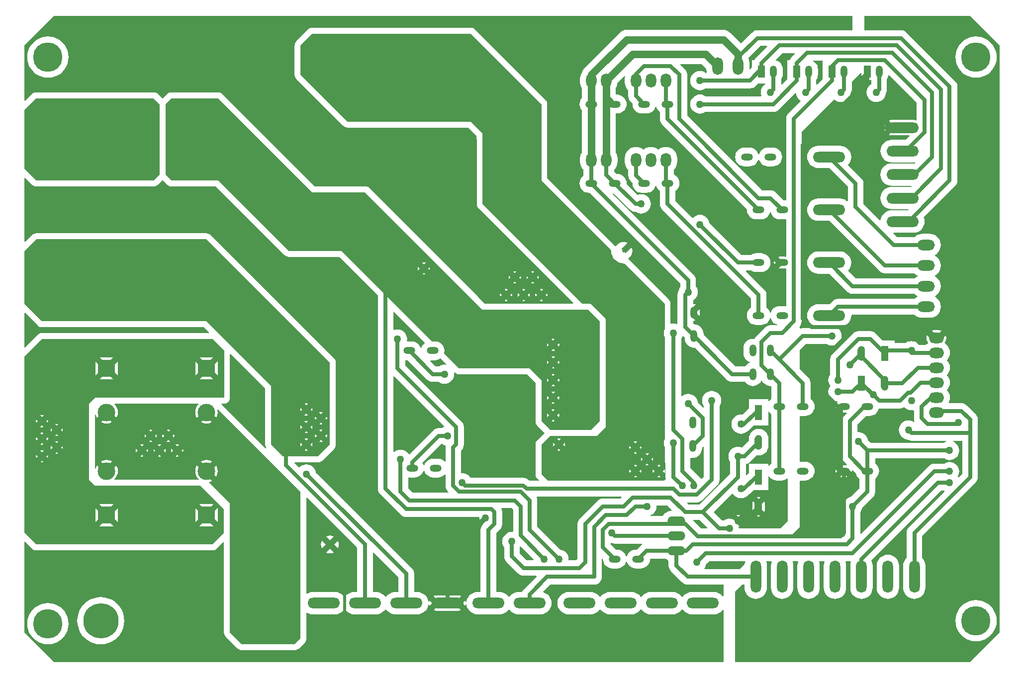
<source format=gbl>
%FSTAX23Y23*%
%MOIN*%
%SFA1B1*%

%IPPOS*%
%ADD33C,0.025000*%
%ADD34C,0.050000*%
%ADD51R,0.314960X0.314960*%
%ADD56C,0.020000*%
%ADD57O,0.047244X0.078740*%
%ADD58R,0.047244X0.078740*%
%ADD59C,0.196850*%
%ADD60C,0.236220*%
%ADD61O,0.216535X0.070866*%
%ADD62O,0.070866X0.216535*%
%ADD63O,0.078740X0.047244*%
%ADD64O,0.120000X0.060000*%
%ADD65O,0.070866X0.094488*%
%ADD66R,0.157480X0.157480*%
%ADD67C,0.157480*%
%ADD68R,0.118110X0.118110*%
%ADD69C,0.118110*%
%ADD70O,0.070866X0.118110*%
%ADD71O,0.118110X0.070866*%
%ADD72O,0.102362X0.070866*%
%ADD73O,0.050000X0.100000*%
%ADD74R,0.050000X0.100000*%
%ADD75O,0.118110X0.157480*%
%ADD76C,0.050000*%
%ADD77C,0.019685*%
%ADD78R,0.157480X0.236220*%
%ADD79R,0.157480X0.236220*%
%ADD80R,0.236220X0.236220*%
%ADD81R,0.236220X0.236220*%
%ADD82R,0.314960X0.314960*%
%LNpcb4-1*%
%LPD*%
G36*
X03271Y02731D02*
X03276D01*
X03407Y026*
X03418Y02592*
X03431Y02587*
X03444Y02585*
X03485*
X03487Y02584*
X03498Y02578*
X0351Y02574*
X03523Y02573*
X03536Y02574*
X03548Y02578*
X03559Y02584*
X03569Y02592*
X03577Y02601*
X03583Y02613*
X03587Y02625*
X03588Y02637*
X03587Y02648*
X03591Y02651*
X03593Y02649*
X03602Y02642*
X03611Y02638*
X03622Y02637*
X04078*
X04133Y02581*
Y02322*
X04134Y02312*
X04138Y02302*
X04145Y02294*
X04195Y02244*
X04145Y02193*
X04138Y02185*
X04134Y02175*
X04133Y02165*
Y01968*
X04134Y01958*
X04138Y01948*
X04145Y0194*
X04158Y01927*
X04156Y01922*
X04095*
X04089Y01928*
X04078Y01936*
X04065Y01941*
X04052Y01943*
X03696*
X03695Y01945*
X03687Y01955*
X03677Y01963*
X03666Y01969*
X03654Y01972*
X03641Y01974*
X03638Y01973*
X03635Y01977*
Y02124*
X03639Y02128*
X03647Y02139*
X03652Y02151*
X03654Y02165*
Y02283*
X03652Y02297*
X03647Y02309*
X03639Y0232*
X0326Y02698*
Y02729*
X03264Y02732*
X03271Y02731*
G37*
G36*
X05699Y01953D02*
X05707Y01943D01*
X05716Y01935*
X05727Y01929*
X05739Y01926*
X05751Y01924*
X05783*
X05795Y01926*
X05807Y01929*
X05818Y01935*
X05822Y01938*
X05826Y01936*
Y01653*
X05776Y01603*
X05498*
X05497Y01604*
X05496Y01613*
X05502Y01613*
X05503Y01614*
X05494Y01623*
X05492Y01629*
X05486Y0164*
X05483Y01644*
X05478Y0165*
X05469Y01658*
X05457Y01664*
X05452Y01665*
X05445Y01667*
X05433Y01669*
X0542Y01667*
X05408Y01664*
X05397Y01658*
X05395Y01656*
X05385*
X05329Y01712*
X05452Y01835*
X05457Y01834*
X05458Y01833*
X05466Y01824*
X05475Y01816*
X05487Y0181*
X05499Y01806*
X05511Y01805*
X05524Y01806*
X05536Y0181*
X05547Y01816*
X05557Y01824*
X05558Y01825*
X05568Y01833*
X05594Y01859*
X05694*
Y01952*
X05699Y01953*
X05699Y01953*
G37*
G36*
X0339Y01983D02*
X03396Y01972D01*
X03404Y01963*
X03413Y01955*
X03424Y01949*
X03436Y01945*
X03448Y01944*
X0348*
X03492Y01945*
X03504Y01949*
X03515Y01955*
X03525Y01963*
X03525Y01963*
X0353Y01962*
Y01889*
X03532Y01876*
X03537Y01863*
X03545Y01852*
X0355Y01848*
X03548Y01843*
X03309*
X0328Y01872*
Y01941*
X03284Y01945*
X03291Y01944*
X03322*
X03335Y01945*
X03347Y01949*
X03357Y01955*
X03367Y01963*
X03375Y01972*
X03381Y01983*
X03383Y01989*
X03388*
X0339Y01983*
G37*
G36*
X05133Y02882D02*
Y02877D01*
X05134Y02865*
X05138Y02853*
X05144Y02842*
X05152Y02833*
X05161Y02825*
X05172Y02819*
X05184Y02815*
X05196Y02814*
X05201Y02815*
X05415Y026*
X05426Y02592*
X05439Y02587*
X05452Y02585*
X05539*
X05545Y02577*
X05555Y02569*
X05566Y02563*
X05578Y02559*
X0559Y02558*
X05602Y02559*
X05614Y02563*
X05625Y02569*
X05635Y02577*
X05643Y02586*
X05646Y02593*
X05652*
X05656Y02586*
X05663Y02577*
X05673Y02569*
X05684Y02563*
X05696Y02559*
X05708Y02558*
X05711Y02559*
X05715Y02555*
Y02472*
X05707Y02466*
X05699Y02456*
X05699Y02456*
X05694Y02457*
Y02471*
X05565*
Y02411*
X05521Y02366*
X05511Y02367*
X05499Y02366*
X05487Y02362*
X05475Y02356*
X05466Y02348*
X05458Y02339*
X05452Y02327*
X05448Y02315*
X05447Y02303*
X05448Y0229*
X05452Y02278*
X05458Y02267*
X05466Y02257*
X05475Y02249*
X05487Y02243*
X05499Y02239*
X05511Y02238*
X05524Y02239*
X05536Y02243*
X05547Y02249*
X05557Y02257*
X05558Y02258*
X05568Y02266*
X05594Y02292*
X05694*
Y02385*
X05699Y02386*
X05699Y02386*
X05707Y02376*
X05715Y02369*
Y02039*
X05707Y02032*
X05699Y02023*
X05699Y02022*
X05694Y02024*
Y02038*
X05565*
Y01978*
X05549Y01961*
X05544Y01963*
Y02035*
X05548Y02036*
X05553Y02038*
X0556Y02041*
X05571Y02049*
X05615Y02093*
X05617Y02093*
X05629Y02092*
X05642Y02093*
X05654Y02097*
X05665Y02103*
X05675Y02111*
X05683Y0212*
X05689Y02132*
X05693Y02144*
X05694Y02156*
Y02206*
X05693Y02219*
X05689Y02231*
X05683Y02242*
X05675Y02252*
X05665Y0226*
X05654Y02266*
X05642Y0227*
X05629Y02271*
X05617Y0227*
X05605Y02266*
X05593Y0226*
X05584Y02252*
X05576Y02242*
X0557Y02231*
X05566Y02219*
X05565Y02206*
Y02191*
X05519Y02145*
X05516Y02146*
X05504Y0215*
X05492Y02151*
X05479Y0215*
X05467Y02146*
X05456Y0214*
X05446Y02132*
X05438Y02122*
X05432Y02111*
X05428Y02099*
X05427Y02086*
X05428Y02073*
X05432Y02061*
X05438Y0205*
X05439Y02048*
Y0197*
X05234Y01764*
X05159*
X0515Y01773*
X05152Y01778*
X05216*
X0523Y0178*
X05235Y01782*
X05242Y01785*
X05253Y01793*
X05351Y01892*
X0536Y01902*
X05365Y01915*
X05367Y01929*
Y02422*
X05368Y02424*
X05374Y02435*
X05378Y02447*
X05379Y0246*
X05378Y02473*
X05374Y02485*
X05368Y02496*
X0536Y02506*
X0535Y02514*
X05339Y0252*
X05327Y02524*
X05314Y02525*
X05302Y02524*
X0529Y0252*
X05279Y02514*
X05269Y02506*
X05261Y02496*
X05255Y02485*
X05251Y02473*
X0525Y0246*
X05251Y02447*
X05255Y02435*
X05261Y02424*
X05262Y02422*
Y02416*
X05258Y02414*
X05221Y02451*
X0522Y02453*
X05217Y02465*
X05211Y02476*
X05203Y02486*
X05193Y02494*
X05182Y025*
X0517Y02504*
X05157Y02505*
X05144Y02504*
X05132Y025*
X05121Y02494*
X05116Y0249*
X05111Y02492*
Y02875*
X05112Y02877*
X05118Y02888*
X05119Y0289*
X05124Y02892*
X05133Y02882*
G37*
G36*
X06607Y02414D02*
X06617Y02406D01*
X06628Y024*
X0664Y02397*
X06653Y02395*
X06665Y02397*
X06669Y02394*
X0667Y02394*
Y02342*
X06671Y02328*
X06676Y02318*
X06671Y02315*
X06669Y02317*
X06658Y02323*
X06646Y02327*
X06633Y02328*
X06621Y02327*
X06609Y02323*
X06597Y02317*
X06588Y02309*
X0658Y02299*
X06574Y02288*
X0657Y02276*
X06569Y02263*
X0657Y02251*
X06574Y02239*
X0658Y02227*
X06588Y02218*
X06597Y0221*
X06609Y02204*
X06621Y022*
X06625Y02199*
X06627Y02198*
X06634Y02195*
X0664Y02193*
X06653Y02191*
X06887*
X06888Y02186*
X06884Y02185*
X06873Y02179*
X06871Y02178*
X06379*
X06362Y02195*
X06362Y02197*
X06358Y02209*
X06352Y0222*
X06344Y0223*
X06335Y02238*
X06323Y02244*
X06311Y02248*
X06299Y02249*
X06296Y02249*
X06292Y02252*
Y02301*
X06349Y02357*
X06374*
X06386Y02359*
X06398Y02362*
X06409Y02368*
X06418Y02376*
X06426Y02386*
X06432Y02397*
X06435Y02408*
X06437Y02408*
X06578*
X06591Y0241*
X06597Y02412*
X06604Y02415*
X06606Y02416*
X06607Y02414*
G37*
G36*
X04734Y04634D02*
X04734Y04632D01*
X04732Y04618*
Y04594*
X04734Y04579*
X04738Y04565*
X04745Y04552*
X04754Y04541*
X04755Y0454*
Y04503*
X04757Y04489*
X04762Y04477*
X0477Y04466*
X04783Y04453*
X04783Y04448*
X04784Y04436*
X04787Y04424*
X04793Y04413*
X04801Y04404*
X04811Y04396*
X04822Y0439*
X04834Y04386*
X04846Y04385*
X04877*
X0489Y04386*
X04902Y0439*
X04913Y04396*
X04922Y04404*
X0493Y04413*
X04936Y04424*
X04938Y0443*
X04943*
X04945Y04424*
X04951Y04413*
X04959Y04404*
X04967Y04397*
Y0435*
X04969Y04336*
X04974Y04324*
X04982Y04313*
X05551Y03744*
X0555Y0374*
X05552Y03727*
X05555Y03715*
X05561Y03705*
X05569Y03695*
X05579Y03687*
X05589Y03681*
X05601Y03678*
X05614Y03676*
X05645*
X05658Y03678*
X05669Y03681*
X0568Y03687*
X0569Y03695*
X05698Y03705*
X05704Y03715*
X05706Y03722*
X05711*
X05713Y03715*
X05719Y03705*
X05726Y03695*
X05736Y03687*
X05747Y03681*
X05759Y03678*
X05771Y03676*
X05803*
X0581Y03677*
X05813Y03674*
Y03429*
X05808Y03424*
X05803Y03425*
X05771*
X05761Y03424*
X05761Y03424*
X05785Y03399*
X05771Y03385*
X05785Y03371*
X05761Y03347*
X05761Y03347*
X05771Y03346*
X05803*
X05808Y03346*
X05813Y03342*
Y03097*
X0581Y03094*
X05803Y03094*
X05771*
X05759Y03093*
X05747Y03089*
X05736Y03084*
X05726Y03076*
X05719Y03066*
X05713Y03055*
X05711Y03049*
X05706*
X05704Y03055*
X05698Y03066*
X0569Y03076*
X05682Y03082*
Y03169*
X0568Y03182*
X05675Y03195*
X05666Y03206*
X05544Y03328*
X05546Y03333*
X05578*
X05579Y03333*
X05589Y03327*
X05601Y03323*
X05614Y03322*
X05645*
X05658Y03323*
X05669Y03327*
X0568Y03333*
X0569Y03341*
X05698Y0335*
X05704Y03361*
X05707Y03373*
X05708Y03385*
X05707Y03398*
X05704Y0341*
X05698Y0342*
X0569Y0343*
X0568Y03438*
X05669Y03444*
X05658Y03447*
X05645Y03449*
X05614*
X05601Y03447*
X05589Y03444*
X05579Y03438*
X05578Y03438*
X05513*
X05299Y03652*
X05299Y03654*
X05295Y03666*
X0529Y03677*
X05281Y03687*
X05272Y03695*
X0526Y03701*
X05248Y03705*
X05236Y03706*
X05223Y03705*
X05211Y03701*
X052Y03695*
X0519Y03687*
X05185Y03687*
X05072Y03801*
Y03865*
X0508Y03872*
X05088Y03882*
X05093Y03893*
X05097Y03904*
X05098Y03917*
X05097Y03929*
X05093Y03941*
X05088Y03952*
X0508Y03962*
X0507Y03969*
X0506Y03975*
Y04009*
X05061Y04009*
X0507Y04021*
X05077Y04034*
X05081Y04048*
X05083Y04062*
Y04086*
X05081Y04101*
X05077Y04115*
X0507Y04128*
X05061Y04139*
X05049Y04149*
X05036Y04156*
X05022Y0416*
X05007Y04161*
X04993Y0416*
X04979Y04156*
X04966Y04149*
X04957Y04142*
X04949Y04149*
X04936Y04156*
X04922Y0416*
X04907Y04161*
X04893Y0416*
X04879Y04156*
X04866Y04149*
X04857Y04142*
X04849Y04149*
X04836Y04156*
X04822Y0416*
X04807Y04161*
X04793Y0416*
X04779Y04156*
X04766Y04149*
X04754Y04139*
X04745Y04128*
X04738Y04115*
X04734Y04101*
X04732Y04086*
Y04062*
X04734Y04048*
X04738Y04034*
X04745Y04021*
X04754Y04009*
X04755Y04009*
Y03971*
X04757Y03958*
X04762Y03945*
X0477Y03934*
X04783Y03921*
X04783Y03917*
X04784Y03904*
X04787Y03893*
X04793Y03882*
X04801Y03872*
X04811Y03864*
X04822Y03858*
X04834Y03855*
X04846Y03854*
X04877*
X0489Y03855*
X04902Y03858*
X04913Y03864*
X04922Y03872*
X0493Y03882*
X04936Y03893*
X04938Y03899*
X04943*
X04945Y03893*
X04951Y03882*
X04959Y03872*
X04967Y03865*
Y03779*
X04969Y03765*
X04974Y03753*
X04982Y03742*
X05577Y03147*
Y03082*
X05569Y03076*
X05561Y03066*
X05555Y03055*
X05552Y03043*
X0555Y03031*
X05552Y03019*
X05555Y03007*
X05561Y02996*
X05569Y02986*
X05579Y02978*
X05589Y02973*
X05601Y02969*
X05614Y02968*
X05645*
X05658Y02969*
X05669Y02973*
X0568Y02978*
X0569Y02986*
X05698Y02996*
X05704Y03007*
X05706Y03013*
X05711*
X05713Y03007*
X05719Y02996*
X05726Y02986*
X05736Y02978*
X05747Y02973*
X05755Y0297*
X05754Y02965*
X05708*
X05695Y02963*
X05682Y02958*
X05671Y0295*
X05612Y02891*
X05604Y0288*
X05601Y02873*
X0559Y02874*
X05578Y02873*
X05566Y02869*
X05555Y02863*
X05545Y02855*
X05537Y02846*
X05532Y02835*
X05528Y02823*
X05527Y02811*
Y02779*
X05528Y02767*
X05532Y02755*
X05537Y02744*
X05545Y02734*
X05555Y02726*
X05566Y02721*
X05572Y02719*
Y02713*
X05566Y02712*
X05555Y02706*
X05545Y02698*
X05539Y0269*
X05474*
X0526Y02904*
Y02909*
X05258Y02921*
X05255Y02933*
X05249Y02944*
X05241Y02954*
X05232Y02962*
X05221Y02967*
X05209Y02971*
X05196Y02972*
X05194Y02972*
X0519Y02976*
Y02992*
X05193Y02996*
X05196Y02995*
X05207Y02997*
X05207Y02997*
X0519Y03014*
Y03028*
X0521Y03049*
X05235Y03025*
X05235Y03025*
X05236Y03035*
Y03066*
X05235Y03077*
X05235Y03077*
X0521Y03052*
X0519Y03073*
Y03088*
X05207Y03105*
X05207Y03105*
X05196Y03106*
X05193Y03106*
X0519Y03109*
Y03133*
X05193Y03135*
X05203Y03143*
X05211Y03153*
X05217Y03164*
X0522Y03176*
X05222Y03188*
X0522Y03201*
X05217Y03213*
X05211Y03224*
X05209Y03226*
Y03267*
X05208Y03281*
X05202Y03293*
X05194Y03304*
X04652Y03846*
X04654Y03851*
X04656Y03851*
X04766Y03742*
X04777Y03734*
X04789Y03728*
X04803Y03727*
X04804*
X04806Y03725*
X04817Y03719*
X04829Y03716*
X04842Y03714*
X04855Y03716*
X04867Y03719*
X04878Y03725*
X04888Y03733*
X04896Y03743*
X04902Y03754*
X04905Y03766*
X04907Y03779*
X04905Y03792*
X04902Y03804*
X04896Y03815*
X04888Y03825*
X04878Y03833*
X04867Y03839*
X04855Y03842*
X04842Y03844*
X04829Y03842*
X04817Y03839*
X04817Y03839*
X04743Y03912*
X04744Y03917*
X04743Y03929*
X04739Y03941*
X04733Y03952*
X04725Y03962*
X04716Y03969*
X04705Y03975*
X04693Y03979*
X04681Y0398*
X04676*
X0466Y03996*
Y04009*
X04661Y04009*
X0467Y04021*
X04677Y04034*
X04681Y04048*
X04683Y04062*
Y04086*
X04681Y04101*
X04677Y04115*
X04672Y04124*
Y04385*
X04681*
X04693Y04386*
X04705Y0439*
X04716Y04396*
X04725Y04404*
X04733Y04413*
X04739Y04424*
X04743Y04436*
X04744Y04448*
X04743Y04461*
X04739Y04473*
X04733Y04483*
X04725Y04493*
X04716Y04501*
X04705Y04507*
X04693Y0451*
X04681Y04512*
X04676*
X04672Y04515*
Y04556*
X04677Y04565*
X04681Y04579*
X04682Y04589*
X0473Y04637*
X04734Y04634*
G37*
G36*
X05286Y01608D02*
X05284Y01603D01*
X05242*
X0519Y01655*
X05191Y0166*
X05234*
X05286Y01608*
G37*
G36*
X03983Y0173D02*
Y01583D01*
X03979Y0158*
X03976Y0158*
X03963Y01579*
X03951Y01575*
X0394Y01569*
X0393Y01561*
X03922Y01551*
X03916Y0154*
X03912Y01528*
X03911Y01515*
X03912Y01503*
X03916Y0149*
X03922Y01479*
X03924Y01478*
Y01417*
X03925Y01403*
X03931Y01391*
X03939Y0138*
X04018Y01301*
X04028Y01293*
X04041Y01288*
X04055Y01286*
X04138*
X0414Y01281*
X04057Y01198*
X04049Y01187*
X04045Y01177*
X04021*
X04007Y01176*
X03992Y01171*
X03979Y01164*
X03968Y01155*
X03959Y01144*
X03956Y01144*
X03953Y01144*
X03944Y01155*
X03933Y01164*
X0392Y01171*
X03906Y01176*
X03891Y01177*
X03871*
Y01572*
X03895Y01596*
X03903Y01607*
X03908Y0162*
X0391Y01633*
Y01712*
X03908Y01726*
X03905Y01734*
X03908Y01739*
X03974*
X03983Y0173*
G37*
G36*
X01877Y02436D02*
X01875Y02435D01*
X01866Y02423*
X01859Y0241*
X01855Y02396*
X01853Y02381*
X01855Y02367*
X01859Y02353*
X01864Y02344*
X01915Y02395*
X01929Y02381*
X01943Y02395*
X01994Y02344*
X01998Y02353*
X02002Y02367*
X02004Y02381*
X02002Y02396*
X02001Y024*
X02005Y02403*
X02559Y0185*
Y00866*
X02519Y00826*
X02165*
X02086Y00905*
Y01771*
X01947Y01911*
X01948Y01915*
X01957Y01918*
X01966Y01923*
X01915Y01974*
X01864Y02025*
X01859Y02016*
X01855Y02002*
X01853Y01988*
X01855Y01973*
X01859Y01959*
X01866Y01946*
X01875Y01935*
X01877Y01933*
X01875Y01929*
X01313*
X01311Y01933*
X01312Y01935*
X01322Y01946*
X01329Y01959*
X01333Y01973*
X01335Y01988*
X01333Y02002*
X01329Y02016*
X01324Y02025*
X01273Y01974*
X01259Y01988*
X01245Y01974*
X01194Y02025*
X0119Y02016*
X01186Y02002*
Y02002*
X01181Y02002*
Y02367*
X01186Y02367*
Y02367*
X0119Y02353*
X01194Y02344*
X01245Y02395*
X01259Y02381*
X01273Y02395*
X01324Y02344*
X01329Y02353*
X01333Y02367*
X01335Y02381*
X01333Y02396*
X01329Y0241*
X01322Y02423*
X01312Y02435*
X01311Y02436*
X01313Y0244*
X01875*
X01877Y02436*
G37*
G36*
X01099Y04488D02*
X01102Y04487D01*
X01575*
X01614Y04448*
Y03976*
X01574Y03937*
X00787*
X00708Y04015*
Y04409*
X00787Y04488*
X01099*
G37*
G36*
X05048Y01728D02*
X05046Y01722D01*
X05035Y01721*
X05022Y01717*
X0501Y01711*
X04999Y01702*
X0499Y01692*
X04987Y01686*
X04903*
X04903Y01691*
X04906Y01692*
X04917Y01698*
X04927Y01706*
X04935Y01716*
X04941Y01727*
X04945Y01739*
X04946Y01751*
X04946Y01755*
X04949Y01758*
X05017*
X05048Y01728*
G37*
G36*
X02097Y02767D02*
D01*
X02322Y02542*
Y02165*
X02323Y02155*
X02327Y02145*
X02329Y02142*
X02326Y02139*
X02034Y02431*
X02033Y02431*
X02033Y02432*
X02029Y02434*
X02028Y02435*
X0203Y0244*
X02047*
X02057Y02441*
X02067Y02445*
X02075Y02452*
X02081Y0246*
X02085Y0247*
X02086Y0248*
Y02771*
X02091Y02773*
X02097Y02767*
G37*
G36*
X03391Y02851D02*
X0339Y02845D01*
X03384Y0284*
X03376Y0283*
X0337Y02819*
X03368Y02813*
X03363*
X03361Y02819*
X03355Y0283*
X03347Y0284*
X03338Y02847*
X03327Y02853*
X03315Y02857*
X03303Y02858*
X03276*
X03275Y02859*
X03272Y02863*
X03273Y02874*
X03272Y02886*
X03268Y02898*
X03262Y02909*
X03254Y02919*
X03244Y02927*
X03233Y02933*
X03221Y02937*
X03208Y02938*
X03196Y02937*
X03187Y02934*
X03182Y02938*
Y03054*
X03186Y03056*
X03391Y02851*
G37*
G36*
X05262Y0215D02*
Y0195D01*
X05247Y01935*
X05242Y01935*
X05241Y01936*
X05233Y01946*
X0517Y02009*
Y02074*
X05173Y02076*
X05175Y02077*
X05187Y02076*
X05199Y02077*
X05211Y02081*
X05222Y02087*
X05231Y02095*
X05239Y02104*
X05245Y02115*
X05249Y02127*
X0525Y02139*
Y02144*
X05258Y02152*
X05262Y0215*
G37*
G36*
X03536Y02706D02*
X03534Y02701D01*
X03523Y02702*
X0351Y02701*
X03498Y02697*
X03487Y02691*
X03485Y0269*
X03466*
X03429Y02726*
X03431Y02731*
X0346*
X03472Y02733*
X03484Y02736*
X03495Y02742*
X03498Y02744*
X03536Y02706*
G37*
G36*
X03522Y02289D02*
X0352Y02284D01*
X03518Y02284*
X03507Y02278*
X03505Y02276*
X03484*
X0347Y02274*
X03458Y02269*
X03447Y02261*
X03287Y02101*
X03283Y02102*
X03281Y02103*
X03274Y02112*
X03264Y0212*
X03253Y02126*
X0324Y0213*
X03228Y02131*
X03215Y0213*
X03203Y02126*
X03192Y0212*
X03187Y02116*
X03182Y02118*
Y02623*
X03186Y02624*
X03522Y02289*
G37*
G36*
X02755Y02716D02*
Y02165D01*
X02677Y02086*
X0244*
X02362Y02165*
Y02559*
X02125Y02795*
X01929Y02992*
X00905*
X00826*
X00708Y0311*
Y03464*
X00787Y03543*
X01929*
X02755Y02716*
G37*
G36*
X00798Y02964D02*
X00806Y02957D01*
X00816Y02953*
X00826Y02952*
X00905*
X01912*
X01946Y02918*
X01944Y02913*
X00826*
X00816Y02912*
X00806Y02908*
X00798Y02902*
X00713Y02816*
X00708Y02818*
Y03047*
X00713Y03049*
X00798Y02964*
G37*
G36*
X00759Y03908D02*
D01*
X00767Y03902*
X00777Y03898*
X00787Y03897*
X01574*
X01585Y03898*
X01594Y03902*
X01602Y03908*
X01633Y03939*
X01664Y03908*
X01673Y03902*
X01682Y03898*
X01692Y03897*
X01991*
X02452Y03436*
X0246Y0343*
X0247Y03426*
X0248Y03424*
X02818*
X03077Y03165*
Y0187*
X03079Y01856*
X03081Y01851*
X03084Y01843*
X03092Y01833*
X0323Y01695*
X03241Y01686*
X03254Y01681*
X03267Y01679*
X03755*
X03758Y01676*
X03758Y01673*
X03759Y01662*
X03759Y01661*
X03778Y01679*
X03792*
X03805Y01666*
Y01655*
X03781Y01631*
X03781Y01631*
X03773Y0162*
X03768Y01608*
X03766Y01594*
Y01177*
X03746*
X03731Y01176*
X03717Y01171*
X03704Y01164*
X03692Y01155*
X03683Y01144*
X03676Y01131*
X03672Y01117*
X03671Y0111*
X03666Y0111*
X03666Y01115*
X03663Y01121*
X03643Y01102*
X03663Y01082*
X03666Y01089*
X03666Y01094*
X03671Y01094*
X03672Y01087*
X03676Y01073*
X03683Y0106*
X03692Y01049*
X03704Y01039*
X03717Y01032*
X03731Y01028*
X03746Y01027*
X03891*
X03906Y01028*
X0392Y01032*
X03933Y01039*
X03944Y01049*
X03953Y0106*
X03956Y0106*
X03959Y0106*
X03968Y01049*
X03979Y01039*
X03992Y01032*
X04007Y01028*
X04021Y01027*
X04167*
X04181Y01028*
X04196Y01032*
X04209Y01039*
X0422Y01049*
X04229Y0106*
X04236Y01073*
X04241Y01087*
X04242Y01102*
X04241Y01117*
X04236Y01131*
X04229Y01144*
X0422Y01155*
X04209Y01164*
X04196Y01171*
X04187Y01174*
X04186Y01179*
X04234Y01227*
X04527*
X04541Y01228*
X04553Y01234*
X04564Y01242*
X04572Y01253*
X04578Y01265*
X04579Y01279*
Y01399*
X04584Y01401*
X04586Y014*
X04586Y01397*
X04587Y01385*
X04591Y01373*
X04596Y01362*
X04604Y01352*
X04614Y01345*
X04625Y01339*
X04637Y01335*
X04649Y01334*
X04681*
X04693Y01335*
X04705Y01339*
X04716Y01345*
X04725Y01352*
X04733Y01362*
X04739Y01373*
X04741Y01379*
X04746*
X04748Y01373*
X04754Y01362*
X04762Y01352*
X04771Y01345*
X04782Y01339*
X04794Y01335*
X04807Y01334*
X04838*
X0485Y01335*
X04862Y01339*
X04873Y01345*
X04883Y01352*
X04891Y01362*
X04897Y01373*
X049Y01385*
X04901Y01397*
X04905Y01401*
X05003*
X0501Y01395*
X05022Y01389*
X05026Y01387*
Y01354*
X05028Y0134*
X05033Y01328*
X05041Y01317*
X05116Y01242*
X05127Y01234*
X0514Y01228*
X05153Y01227*
X05393*
X05395Y01222*
X05393Y0122*
Y01149*
X05388Y01147*
X05381Y01155*
X0537Y01164*
X05357Y01171*
X05343Y01176*
X05328Y01177*
X05183*
X05168Y01176*
X05154Y01171*
X05141Y01164*
X05129Y01155*
X05121Y01144*
X05118Y01144*
X05115Y01144*
X05106Y01155*
X05094Y01164*
X05081Y01171*
X05067Y01176*
X05053Y01177*
X04907*
X04892Y01176*
X04878Y01171*
X04865Y01164*
X04854Y01155*
X04845Y01144*
X04842Y01144*
X04839Y01144*
X0483Y01155*
X04819Y01164*
X04806Y01171*
X04792Y01176*
X04777Y01177*
X04631*
X04617Y01176*
X04603Y01171*
X0459Y01164*
X04578Y01155*
X04569Y01144*
X04566Y01144*
X04564Y01144*
X04555Y01155*
X04543Y01164*
X0453Y01171*
X04516Y01176*
X04501Y01177*
X04356*
X04341Y01176*
X04327Y01171*
X04314Y01164*
X04303Y01155*
X04293Y01144*
X04286Y01131*
X04282Y01117*
X04281Y01102*
X04282Y01087*
X04286Y01073*
X04293Y0106*
X04303Y01049*
X04314Y01039*
X04327Y01032*
X04341Y01028*
X04356Y01027*
X04501*
X04516Y01028*
X0453Y01032*
X04543Y01039*
X04555Y01049*
X04564Y0106*
X04566Y0106*
X04569Y0106*
X04578Y01049*
X0459Y01039*
X04603Y01032*
X04617Y01028*
X04631Y01027*
X04777*
X04792Y01028*
X04806Y01032*
X04819Y01039*
X0483Y01049*
X04839Y0106*
X04842Y0106*
X04845Y0106*
X04854Y01049*
X04865Y01039*
X04878Y01032*
X04892Y01028*
X04907Y01027*
X05053*
X05067Y01028*
X05081Y01032*
X05094Y01039*
X05106Y01049*
X05115Y0106*
X05118Y0106*
X05121Y0106*
X05129Y01049*
X05141Y01039*
X05154Y01032*
X05168Y01028*
X05183Y01027*
X05328*
X05343Y01028*
X05357Y01032*
X0537Y01039*
X05381Y01049*
X05388Y01057*
X05393Y01055*
Y00708*
X00905*
X00708Y00905*
Y01512*
X00713Y01514*
X00759Y01467*
X00767Y01461*
X00777Y01457*
X00787Y01456*
X01968*
X01978Y01457*
X01988Y01461*
X01996Y01467*
X02042Y01513*
X02046Y01511*
Y00905*
X02048Y00895*
X02052Y00885*
X02058Y00877*
X02137Y00798*
X02145Y00792*
X02155Y00788*
X02165Y00787*
X02519*
X02529Y00788*
X02539Y00792*
X02547Y00798*
X02587Y00838*
X02593Y00846*
X02597Y00855*
X02598Y00866*
Y01036*
X02603Y01038*
X02614Y01032*
X02629Y01028*
X02643Y01027*
X02789*
X02804Y01028*
X02818Y01032*
X02831Y01039*
X02842Y01049*
X02851Y0106*
X02854Y0106*
X02857Y0106*
X02866Y01049*
X02877Y01039*
X0289Y01032*
X02904Y01028*
X02919Y01027*
X03064*
X03079Y01028*
X03093Y01032*
X03106Y01039*
X03118Y01049*
X03127Y0106*
X03129Y0106*
X03132Y0106*
X03141Y01049*
X03153Y01039*
X03166Y01032*
X0318Y01028*
X03194Y01027*
X0334*
X03355Y01028*
X03369Y01032*
X03382Y01039*
X03393Y01049*
X03403Y0106*
X0341Y01073*
X03414Y01087*
X03414Y01094*
X03419Y01094*
X0342Y01089*
X03423Y01082*
X03442Y01102*
X03423Y01121*
X0342Y01115*
X03419Y0111*
X03414Y0111*
X03414Y01117*
X0341Y01131*
X03403Y01144*
X03393Y01155*
X03382Y01164*
X03369Y01171*
X03355Y01176*
X0334Y01177*
X0332*
Y01299*
X03318Y01312*
X03313Y01325*
X03304Y01336*
X02662Y01978*
X02661Y01981*
X02658Y01993*
X02652Y02004*
X02644Y02014*
X02634Y02022*
X02623Y02028*
X02611Y02031*
X02598Y02033*
X02585Y02031*
X02573Y02028*
X02562Y02022*
X02552Y02014*
X02548Y02014*
X02519Y02042*
X02521Y02046*
X02677*
X02687Y02048*
X02697Y02052*
X02705Y02058*
X02783Y02137*
X0279Y02145*
X02794Y02155*
X02795Y02165*
Y02716*
X02794Y02726*
X0279Y02736*
X02783Y02744*
X01957Y03571*
X01948Y03577*
X01939Y03581*
X01929Y03583*
X00787*
X00777Y03581*
X00767Y03577*
X00759Y03571*
X00713Y03525*
X00708Y03527*
Y03953*
X00713Y03954*
X00759Y03908*
G37*
G36*
X02047Y02795D02*
Y0248D01*
X01933*
X01929Y0248*
X01924Y0248*
X01878*
X01875Y0248*
X01313*
X0131Y0248*
X01264*
X01259Y0248*
X01255Y0248*
X01181*
X01141Y0244*
Y02369*
X01141Y02367*
Y02002*
X01141Y02*
Y01929*
X01181Y01889*
X01255*
X01259Y01889*
X01264Y01889*
X0131*
X01313Y01889*
X01875*
X01878Y01889*
X01889*
X02046Y01732*
Y01574*
X01968Y01496*
X00787*
X00708Y01574*
Y02755*
X00826Y02874*
X01968*
X02047Y02795*
G37*
G36*
X03507Y0217D02*
X03518Y02164D01*
X03527Y02161*
X0353Y02159*
X03531Y02155*
X0353Y02145*
Y02053*
X03525Y02051*
X03525Y02052*
X03515Y0206*
X03504Y02066*
X03492Y02069*
X0348Y02071*
X03448*
X03436Y02069*
X03424Y02066*
X03413Y0206*
X03404Y02052*
X03396Y02043*
X0339Y02032*
X03388Y02025*
X03383*
X03381Y02032*
X03375Y02042*
X03505Y02171*
X03507Y0217*
G37*
G36*
X07244Y04842D02*
Y00905D01*
X07047Y00708*
X05472*
Y01181*
X05518Y01227*
X05535*
Y01206*
X05536Y01192*
X0554Y01177*
X05547Y01164*
X05557Y01153*
X05568Y01144*
X05581Y01137*
X05595Y01132*
X0561Y01131*
X05624Y01132*
X05639Y01137*
X05652Y01144*
X05663Y01153*
X05672Y01164*
X05679Y01177*
X05683Y01192*
X05685Y01206*
Y01352*
X05683Y01367*
X0568Y01379*
X05682Y01384*
X05714*
X05717Y01379*
X05713Y01367*
X05712Y01352*
Y01206*
X05713Y01192*
X05717Y01177*
X05724Y01164*
X05734Y01153*
X05745Y01144*
X05758Y01137*
X05772Y01132*
X05787Y01131*
X05802Y01132*
X05816Y01137*
X05829Y01144*
X0584Y01153*
X05849Y01164*
X05856Y01177*
X05861Y01192*
X05862Y01206*
Y01352*
X05861Y01367*
X05857Y01379*
X05859Y01384*
X05892*
X05894Y01379*
X0589Y01367*
X05889Y01352*
Y01206*
X0589Y01192*
X05895Y01177*
X05902Y01164*
X05911Y01153*
X05922Y01144*
X05935Y01137*
X05949Y01132*
X05964Y01131*
X05979Y01132*
X05993Y01137*
X06006Y01144*
X06017Y01153*
X06027Y01164*
X06034Y01177*
X06038Y01192*
X06039Y01206*
Y01352*
X06038Y01367*
X06034Y01379*
X06037Y01384*
X06069*
X06071Y01379*
X06067Y01367*
X06066Y01352*
Y01206*
X06067Y01192*
X06072Y01177*
X06079Y01164*
X06088Y01153*
X06099Y01144*
X06112Y01137*
X06127Y01132*
X06141Y01131*
X06156Y01132*
X0617Y01137*
X06183Y01144*
X06194Y01153*
X06204Y01164*
X06211Y01177*
X06215Y01192*
X06216Y01206*
Y01352*
X06215Y01367*
X06211Y01379*
X06214Y01384*
X06246*
X06249Y01379*
X06245Y01367*
X06243Y01352*
Y01206*
X06245Y01192*
X06249Y01177*
X06256Y01164*
X06265Y01153*
X06277Y01144*
X0629Y01137*
X06304Y01132*
X06318Y01131*
X06333Y01132*
X06347Y01137*
X0636Y01144*
X06372Y01153*
X06381Y01164*
X06388Y01177*
X06392Y01192*
X06394Y01206*
Y01352*
X06392Y01367*
X06388Y01381*
X06384Y01388*
X06852Y01857*
X06871*
X06873Y01855*
X06874Y01854*
X06874Y0185*
X06636Y01611*
X06627Y016*
X06622Y01588*
X0662Y01574*
Y01406*
X0662Y01405*
X0661Y01394*
X06603Y01381*
X06599Y01367*
X06598Y01352*
Y01206*
X06599Y01192*
X06603Y01177*
X0661Y01164*
X0662Y01153*
X06631Y01144*
X06644Y01137*
X06658Y01132*
X06673Y01131*
X06687Y01132*
X06702Y01137*
X06715Y01144*
X06726Y01153*
X06735Y01164*
X06742Y01177*
X06746Y01192*
X06748Y01206*
Y01352*
X06746Y01367*
X06742Y01381*
X06735Y01394*
X06726Y01405*
X06725Y01406*
Y01553*
X07084Y01911*
X07092Y01922*
X07097Y01935*
X07099Y01948*
Y02332*
X07097Y02346*
X07092Y02358*
X07084Y02369*
X07025Y02428*
X07014Y02437*
X07006Y0244*
X07001Y02442*
X06988Y02444*
X06906*
X06903Y02448*
X06906Y02453*
X0691Y02467*
X06911Y02481*
X0691Y02496*
X06906Y0251*
X06899Y02523*
X06892Y02531*
X06899Y0254*
X06906Y02553*
X0691Y02567*
X06911Y02581*
X0691Y02596*
X06906Y0261*
X06899Y02623*
X06892Y02631*
X06899Y0264*
X06906Y02653*
X0691Y02667*
X06911Y02681*
X0691Y02696*
X06906Y0271*
X06899Y02723*
X06892Y02731*
X06899Y0274*
X06906Y02753*
X0691Y02767*
X06911Y02781*
X0691Y02796*
X06906Y0281*
X06899Y02823*
X06889Y02835*
X06878Y02844*
X06877Y02844*
X06876Y02849*
X06881Y02856*
X06886Y02868*
X06888Y02881*
X06886Y02895*
X06883Y02901*
X0685Y02867*
X06822Y02895*
X06856Y02929*
X06849Y02931*
X06836Y02933*
X06805*
X06791Y02931*
X06785Y02929*
X06819Y02895*
X06791Y02867*
X06757Y02901*
X06755Y02895*
X06753Y02881*
X06755Y02868*
X0676Y02856*
X06765Y02849*
X06764Y02844*
X06763Y02844*
X06751Y02835*
X06751Y02834*
X06704*
X06699Y02841*
X06689Y02849*
X06678Y02855*
X06666Y02858*
X06653Y02859*
X0664Y02858*
X06628Y02855*
X06617Y02849*
X06615Y02847*
X0654*
Y02864*
X0646*
X06414Y02911*
X06404Y02919*
X06396Y02922*
X06391Y02924*
X06377Y02926*
X06299*
X06285Y02924*
X06273Y02919*
X06262Y02911*
X06124Y02773*
X06116Y02762*
X0611Y02749*
X06109Y02736*
Y02636*
X06107Y02634*
X06101Y02623*
X06097Y02611*
X06096Y02598*
X06097Y02585*
X06101Y02573*
X06107Y02562*
X0611Y02559*
X06107Y02555*
X06101Y02544*
X06097Y02532*
X06096Y02519*
X06097Y02507*
X06101Y02494*
X06107Y02483*
X06115Y02473*
X06125Y02465*
X06136Y02459*
X06148Y02456*
X06156Y02455*
X06158Y0245*
X06156Y02449*
X0615Y02441*
X06146Y02431*
X06145Y02421*
X06146Y0241*
X06146Y0241*
X06171Y02435*
X06198Y02407*
X06174Y02382*
X06174Y02382*
X06185Y02381*
X06216*
X06218Y02381*
X0622Y02377*
X06203Y02359*
X06194Y02348*
X06191Y02341*
X06189Y02336*
X06187Y02322*
Y02086*
X06189Y02073*
X06191Y02067*
X06194Y0206*
X06203Y02049*
X0622Y02032*
X06218Y02027*
X06216Y02027*
X06185*
X06174Y02026*
X06174Y02026*
X06198Y02002*
X06185Y01988*
X06198Y01974*
X06174Y01949*
X06174Y01949*
X06185Y01948*
X06216*
X06226Y01949*
X06226Y01949*
X06202Y01974*
X0623Y02002*
X06254Y01977*
X06254Y01977*
X06256Y01988*
X06255Y0199*
X0626Y01992*
X06281Y0197*
X06284Y01963*
X06289Y01953*
X06297Y01943*
X06305Y01936*
Y01872*
X06249Y01815*
X06247Y01815*
X06235Y01811*
X06223Y01805*
X06214Y01797*
X06206Y01787*
X062Y01776*
X06196Y01764*
X06195Y01751*
X06196Y01739*
X062Y01727*
X06206Y01716*
X06207Y01714*
Y01557*
X06198Y01548*
X05846*
X05844Y01552*
X05905Y01614*
Y01921*
X05909Y01924*
X05909Y01924*
X0594*
X05953Y01926*
X05965Y01929*
X05976Y01935*
X05985Y01943*
X05993Y01953*
X05999Y01963*
X06003Y01975*
X06004Y01988*
X06003Y02*
X05999Y02012*
X05993Y02023*
X05985Y02032*
X05976Y0204*
X05965Y02046*
X05953Y0205*
X0594Y02051*
X05909*
X05909Y02051*
X05905Y02054*
Y02354*
X05909Y02357*
X05909Y02357*
X0594*
X05953Y02359*
X05965Y02362*
X05976Y02368*
X05985Y02376*
X05993Y02386*
X05999Y02397*
X06003Y02408*
X06004Y02421*
X06003Y02433*
X05999Y02445*
X05993Y02456*
X05985Y02466*
X05977Y02472*
Y02578*
X05975Y02592*
X0597Y02604*
X05962Y02615*
X05905Y02672*
Y028*
X05946Y02841*
X06084*
X06086Y02839*
X06097Y02833*
X06109Y0283*
X06122Y02829*
X06134Y0283*
X06146Y02833*
X06157Y02839*
X06167Y02847*
X06175Y02857*
X06181Y02868*
X06185Y02881*
X06186Y02893*
X06185Y02906*
X06181Y02918*
X06175Y02929*
X06167Y02939*
X06157Y02947*
X0615Y02951*
X06152Y02956*
X06175*
X06189Y02957*
X06203Y02962*
X06216Y02969*
X06228Y02978*
X06237Y02989*
X06244Y03002*
X06248Y03016*
X0625Y03031*
X0625Y03034*
X06253Y03038*
X06674*
X06675Y03037*
X06686Y03028*
X06699Y03021*
X06713Y03016*
X06728Y03015*
X06775*
X0679Y03016*
X06804Y03021*
X06817Y03028*
X06828Y03037*
X06838Y03048*
X06845Y03061*
X06849Y03075*
X0685Y0309*
X06849Y03105*
X06845Y03119*
X06838Y03132*
X06828Y03143*
X06817Y03153*
X0681Y03156*
Y03161*
X06817Y03165*
X06828Y03175*
X06838Y03186*
X06845Y03199*
X06849Y03213*
X0685Y03228*
X06849Y03242*
X06845Y03257*
X06838Y0327*
X06828Y03281*
X06817Y0329*
X0681Y03294*
Y03299*
X06817Y03303*
X06828Y03312*
X06838Y03324*
X06845Y03337*
X06849Y03351*
X0685Y03366*
X06849Y0338*
X06845Y03394*
X06838Y03407*
X06828Y03419*
X06817Y03428*
X0681Y03432*
Y03437*
X06817Y03441*
X06828Y0345*
X06838Y03462*
X06845Y03475*
X06849Y03489*
X0685Y03503*
X06849Y03518*
X06845Y03532*
X06838Y03545*
X06828Y03557*
X06817Y03566*
X06804Y03573*
X0679Y03577*
X06775Y03579*
X06728*
X06713Y03577*
X06699Y03573*
X06686Y03566*
X06675Y03557*
X06674Y03556*
X06557*
X06531Y03581*
X06533Y03586*
X06667*
X06681Y03587*
X06696Y03591*
X06709Y03598*
X0672Y03608*
X06729Y03619*
X06736Y03632*
X06741Y03646*
X06742Y03661*
X06741Y03676*
X06736Y0369*
X06736Y0369*
X06946Y039*
X06954Y0391*
X0696Y03923*
X06961Y03937*
Y04566*
X0696Y0458*
X06957Y04585*
X06954Y04593*
X06946Y04603*
X06621Y04928*
X0661Y04937*
X06598Y04942*
X06584Y04944*
X06338*
Y05039*
X07047*
X07244Y04842*
G37*
G36*
X06994Y0197D02*
X0697Y01945D01*
X06964Y01946*
X06963Y01948*
X06963Y01949*
X06969Y0196*
X06972Y01972*
X06974Y01985*
X06972Y01997*
X06969Y02009*
X06963Y0202*
X06955Y0203*
X06945Y02038*
X06934Y02044*
X06922Y02048*
X06909Y02049*
X06896Y02048*
X06884Y02044*
X06873Y02038*
X06871Y02037*
X06807*
X06794Y02035*
X06781Y0203*
X0677Y02022*
X06316Y01567*
X06312Y01569*
Y01714*
X06313Y01716*
X06319Y01727*
X06323Y01739*
X06323Y01741*
X06395Y01813*
X06403Y01824*
X06408Y01836*
X0641Y0185*
Y01936*
X06418Y01943*
X06426Y01953*
X06432Y01963*
X06436Y01975*
X06437Y01988*
X06436Y02*
X06432Y02012*
X06426Y02023*
X06418Y02032*
X0641Y02039*
Y02073*
X06871*
X06873Y02072*
X06884Y02066*
X06896Y02062*
X06909Y02061*
X06922Y02062*
X06934Y02066*
X06945Y02072*
X06955Y0208*
X06963Y0209*
X06969Y02101*
X06972Y02113*
X06974Y02125*
X06972Y02138*
X06969Y0215*
X06963Y02161*
X06955Y02171*
X06945Y02179*
X06934Y02185*
X0693Y02186*
X06931Y02191*
X06994*
Y0197*
G37*
G36*
X05685Y04834D02*
X05612Y04761D01*
X05604Y0475*
X05601Y04744*
X05586*
Y04696*
X05572Y04681*
X05567Y04683*
Y04728*
X05565Y04742*
X05561Y04757*
X0556Y04758*
X05641Y04839*
X05684*
X05685Y04834*
G37*
G36*
X05279Y04688D02*
Y04681D01*
X0528Y04666*
X05281Y04662*
X05278Y04658*
X05273*
X05272Y0466*
X0526Y04666*
X05248Y04669*
X05236Y0467*
X05223Y04669*
X05211Y04666*
X052Y0466*
X0519Y04652*
X05182Y04642*
X05176Y04631*
X05172Y04618*
X05171Y04606*
X05172Y04593*
X05176Y04581*
X05182Y0457*
X0519Y0456*
X052Y04552*
X05211Y04546*
X05223Y04542*
X05236Y04541*
X05248Y04542*
X0526Y04546*
X05272Y04552*
X05273Y04553*
X0557*
X05584Y04555*
X05589Y04557*
X05597Y0456*
X05607Y04569*
X05625Y04586*
X05671*
X05673Y04581*
X05672Y04581*
X05662Y04573*
X05654Y04563*
X05648Y04552*
X05645Y0454*
X05643Y04527*
X05645Y04514*
X05647Y04506*
X05644Y04501*
X05273*
X05272Y04502*
X0526Y04508*
X05248Y04512*
X05236Y04513*
X05223Y04512*
X05211Y04508*
X052Y04502*
X0519Y04494*
X05182Y04484*
X05176Y04473*
X05172Y04461*
X05171Y04448*
X05172Y04436*
X05176Y04424*
X05182Y04412*
X0519Y04403*
X052Y04395*
X05211Y04389*
X05223Y04385*
X05236Y04384*
X05248Y04385*
X0526Y04389*
X05272Y04395*
X05273Y04396*
X05728*
X05741Y04398*
X05754Y04403*
X05765Y04411*
X05876Y04522*
X0588Y0452*
X05881Y04514*
X05885Y04502*
X05891Y04491*
X05899Y04481*
X05908Y04473*
X05909Y04472*
X0591Y04468*
X05829Y04387*
X0582Y04376*
X05817Y04369*
X05815Y04363*
X05813Y0435*
Y03806*
X0581Y03802*
X05803Y03803*
X05798*
X05745Y03855*
X05734Y03864*
X05727Y03867*
X05722Y03869*
X05708Y03871*
X05651*
X0515Y04372*
Y04645*
X05148Y04659*
X05143Y04671*
X05135Y04682*
X05103Y04714*
X05105Y04718*
X05248*
X05279Y04688*
G37*
G36*
X0554Y01379D02*
X05536Y01367D01*
X05536Y01362*
X05505Y01331*
X05268*
X05266Y01336*
X0527Y01342*
X05276Y01353*
X05279Y01365*
X0528Y01367*
X05297Y01384*
X05537*
X0554Y01379*
G37*
G36*
X04711Y01813D02*
X04702Y01804D01*
X04586*
X04573Y01802*
X0456Y01797*
X04549Y01788*
X04431Y0167*
X04423Y0166*
X0442Y01652*
X04417Y01647*
X04416Y01633*
Y01399*
X04407Y0139*
X04359*
X04355Y01394*
X04356Y01397*
X04354Y0141*
X04351Y01422*
X04345Y01433*
X04337Y01443*
X04327Y01451*
X04316Y01457*
X04303Y01461*
X04301Y01461*
X04146Y01616*
Y01791*
X04145Y01804*
X04141Y01812*
X04145Y01817*
X04709*
X04711Y01813*
G37*
G36*
X04121Y01395D02*
X04119Y0139D01*
X04076*
X04028Y01438*
Y01478*
X04029Y01479*
X04031Y0148*
X04035Y01481*
X04121Y01395*
G37*
G36*
X06372Y04635D02*
X06346Y0461D01*
X06384*
Y04583*
X06381Y04581*
X06371Y04573*
X06363Y04563*
X06357Y04552*
X06353Y0454*
X06352Y04527*
X06353Y04514*
X06357Y04502*
X06363Y04491*
X06371Y04481*
X06381Y04473*
X06392Y04467*
X06404Y04464*
X06417Y04462*
X06429Y04464*
X06442Y04467*
X06453Y04473*
X06463Y04481*
X06471Y04491*
X06477Y04502*
X0648Y04514*
X06481Y04519*
X06482Y04521*
X06487Y04533*
X06489Y04547*
Y04614*
X06489Y04614*
X06495Y04625*
X06499Y04637*
X06499Y0464*
X06504Y04642*
X06689Y04456*
Y04341*
X06685Y04339*
X0668Y04341*
X06667Y04342*
X06521*
X06508Y04341*
X06502Y04338*
X06535Y04305*
X06521Y04291*
X06535Y04277*
X06502Y04244*
X06508Y04241*
X06521Y04239*
X06639*
X06641Y04235*
X06615Y04209*
X06521*
X06507Y04207*
X06492Y04203*
X06479Y04196*
X06468Y04187*
X06459Y04175*
X06452Y04162*
X06447Y04148*
X06446Y04133*
X06447Y04119*
X06452Y04105*
X06459Y04092*
X06468Y0408*
X06479Y04071*
X06492Y04064*
X06507Y0406*
X06521Y04058*
X06667*
X06675Y04059*
X06677Y04054*
X06673Y0405*
X06667Y04051*
X06521*
X06507Y0405*
X06492Y04045*
X06479Y04038*
X06468Y04029*
X06459Y04018*
X06452Y04005*
X06447Y03991*
X06446Y03976*
X06447Y03961*
X06452Y03947*
X06459Y03934*
X06468Y03923*
X06479Y03913*
X06492Y03906*
X06507Y03902*
X06521Y03901*
X06652*
X06654Y03896*
X06653Y03894*
X06521*
X06507Y03892*
X06492Y03888*
X06479Y03881*
X06468Y03872*
X06459Y0386*
X06452Y03847*
X06447Y03833*
X06446Y03818*
X06447Y03804*
X06452Y0379*
X06459Y03777*
X06468Y03765*
X06479Y03756*
X06492Y03749*
X06507Y03745*
X06521Y03743*
X06632*
X06635Y03738*
X06633Y03736*
X06521*
X06507Y03735*
X06492Y0373*
X06479Y03723*
X06468Y03714*
X06459Y03703*
X06452Y0369*
X06447Y03676*
X06447Y03672*
X06442Y0367*
X06331Y03781*
Y03917*
X0633Y0393*
X06324Y03943*
X06316Y03954*
X06228Y04041*
X06237Y04052*
X06244Y04065*
X06248Y04079*
X0625Y04094*
X06248Y04109*
X06244Y04123*
X06237Y04136*
X06228Y04147*
X06216Y04156*
X06203Y04163*
X06189Y04168*
X06175Y04169*
X06029*
X06014Y04168*
X06Y04163*
X05987Y04156*
X05976Y04147*
X05967Y04136*
X0596Y04123*
X05955Y04109*
X05954Y04094*
X05955Y04079*
X0596Y04065*
X05967Y04052*
X05976Y04041*
X05987Y04032*
X06Y04025*
X06014Y0402*
X06029Y04019*
X06103*
X06227Y03895*
Y038*
X06222Y03797*
X06216Y03802*
X06203Y03809*
X06189Y03813*
X06175Y03815*
X06029*
X06014Y03813*
X06Y03809*
X05987Y03802*
X05976Y03793*
X05967Y03781*
X0596Y03768*
X05955Y03754*
X05954Y0374*
X05955Y03725*
X0596Y03711*
X05967Y03698*
X05976Y03687*
X05987Y03677*
X06Y0367*
X06014Y03666*
X06029Y03665*
X06103*
X06439Y03329*
X0645Y0332*
X06462Y03315*
X06476Y03313*
X06674*
X06675Y03312*
X06686Y03303*
X06693Y03299*
Y03294*
X06686Y0329*
X06675Y03281*
X06674Y0328*
X06281*
X06228Y03333*
X06237Y03344*
X06244Y03357*
X06248Y03371*
X0625Y03385*
X06248Y034*
X06244Y03414*
X06237Y03427*
X06228Y03438*
X06216Y03448*
X06203Y03455*
X06189Y03459*
X06175Y0346*
X06029*
X06014Y03459*
X06Y03455*
X05987Y03448*
X05976Y03438*
X05967Y03427*
X0596Y03414*
X05955Y034*
X05954Y03385*
X05955Y03371*
X0596Y03357*
X05967Y03344*
X05976Y03332*
X05987Y03323*
X06Y03316*
X06014Y03312*
X06029Y0331*
X06103*
X06222Y03191*
X06233Y03183*
X06246Y03177*
X06259Y03176*
X06674*
X06675Y03175*
X06686Y03165*
X06693Y03161*
Y03156*
X06686Y03153*
X06675Y03143*
X06674Y03142*
X06161*
X06147Y03141*
X06135Y03135*
X06124Y03127*
X06103Y03106*
X06029*
X06014Y03105*
X06Y031*
X05987Y03093*
X05976Y03084*
X05967Y03073*
X0596Y0306*
X05955Y03046*
X05954Y03031*
X05955Y03016*
X0596Y03002*
X05967Y02989*
X05976Y02978*
X05987Y02969*
X06Y02962*
X06014Y02957*
X06029Y02956*
X06092*
X06093Y02951*
X06086Y02947*
X06084Y02946*
X05925*
X05911Y02944*
X0591Y02943*
X05905Y02947*
Y02958*
X05911Y02965*
X05916Y02978*
X05918Y02992*
Y04264*
X06135Y04481*
X06145Y04473*
X06156Y04467*
X06168Y04464*
X06181Y04462*
X06193Y04464*
X06205Y04467*
X06217Y04473*
X06226Y04481*
X06234Y04491*
X0624Y04502*
X06244Y04514*
X06245Y04519*
X06246Y04521*
X06251Y04533*
X06253Y04547*
Y04599*
X06314Y0466*
X06318Y04658*
Y04638*
X06344Y04663*
X06372Y04635*
G37*
G36*
X02939Y01474D02*
Y01177D01*
X02919*
X02904Y01176*
X0289Y01171*
X02877Y01164*
X02866Y01155*
X02857Y01144*
X02854Y01144*
X02851Y01144*
X02842Y01155*
X02831Y01164*
X02818Y01171*
X02804Y01176*
X02789Y01177*
X02643*
X02629Y01176*
X02614Y01171*
X02603Y01165*
X02598Y01168*
Y01808*
X02603Y0181*
X02939Y01474*
G37*
G36*
X05872Y04785D02*
X05848Y04761D01*
X0584Y0475*
X05837Y04744*
X05822*
Y04617*
X05785Y04579*
X0578Y04581*
Y04614*
X0578Y04614*
X05786Y04625*
X0579Y04637*
X05791Y04649*
Y04681*
X0579Y04693*
X05786Y04705*
X0578Y04716*
X05773Y04725*
X05763Y04733*
X05752Y04739*
X05746Y04741*
X05745Y04746*
X05789Y0479*
X05871*
X05872Y04785*
G37*
G36*
X03215Y01277D02*
Y01177D01*
X03194*
X0318Y01176*
X03166Y01171*
X03153Y01164*
X03141Y01155*
X03132Y01144*
X03129Y01144*
X03127Y01144*
X03118Y01155*
X03106Y01164*
X03093Y01171*
X03079Y01176*
X03064Y01177*
X03044*
Y01441*
X03049Y01443*
X03215Y01277*
G37*
G36*
X06059Y04617D02*
X06021Y04579D01*
X06016Y04581*
Y04614*
X06017Y04614*
X06023Y04625*
X06026Y04637*
X06027Y04649*
Y04681*
X06026Y04693*
X06023Y04705*
X06017Y04716*
X06009Y04725*
X05999Y04733*
X05995Y04735*
X05996Y0474*
X06059*
Y04617*
G37*
G36*
X02637Y03858D02*
X02992D01*
X03779Y0307*
X04488*
X04566Y02992*
Y02322*
X04507Y02263*
X04232*
X04173Y02322*
Y02598*
X04094Y02677*
X03622*
X03521Y02777*
X03522Y02782*
X03523Y02795*
X03522Y02807*
X03519Y02819*
X03513Y0283*
X03505Y0284*
X03495Y02847*
X03484Y02853*
X03472Y02857*
X0346Y02858*
X0344*
X02834Y03464*
X0248*
X02007Y03937*
X01692*
X01653Y03976*
Y04448*
X01692Y04488*
X02007*
X02637Y03858*
G37*
G36*
X037Y04921D02*
X04173Y04448D01*
Y04212*
Y03937*
X04641Y03468*
X04641Y03464*
X04642Y03448*
X04647Y03432*
X04655Y03418*
X04665Y03405*
X04678Y03395*
X04692Y03387*
X04708Y03383*
X04724Y03381*
X04728Y03381*
X05Y0311*
Y02939*
X04999Y02938*
X04995Y02926*
X04994Y02913*
X04995Y029*
X04999Y02888*
X05Y02887*
Y02201*
X04999Y02199*
X04995Y02187*
X04994Y02175*
X04995Y02162*
X04999Y0215*
X05Y02149*
Y02047*
X05006Y0204*
Y01948*
X05008Y01937*
X04993Y01922*
X04219*
X04173Y01968*
Y02165*
X04231Y02224*
X04232Y02224*
X04507*
X0451Y02224*
X04547*
X04606Y02283*
Y0232*
X04606Y02322*
Y02992*
X04605Y03002*
X04601Y03011*
X04595Y0302*
X04516Y03098*
X04508Y03105*
X04498Y03109*
X04488Y0311*
X04448*
X03779Y03779*
Y04212*
X03779Y04215*
Y04251*
X037Y0433*
X03664*
X03661Y04331*
X02873*
X02559Y04645*
Y04842*
X02559Y04842*
X02637Y04921*
X037*
G37*
G36*
X06259Y04944D02*
X0562D01*
X05606Y04942*
X05593Y04937*
X05583Y04928*
X0551Y04856*
X05439Y04927*
X05429Y04935*
X05418Y04941*
X05406Y04945*
X05393Y04946*
X04744*
X04731Y04945*
X04719Y04941*
X04708Y04935*
X04698Y04927*
X04462Y04691*
X04454Y04681*
X04448Y0467*
X04444Y04658*
X04444Y04658*
X04438Y04646*
X04434Y04632*
X04432Y04618*
Y04594*
X04434Y04579*
X04438Y04565*
X04443Y04556*
Y04488*
X04439Y04483*
X04433Y04473*
X0443Y04461*
X04428Y04448*
X0443Y04436*
X04433Y04424*
X04439Y04413*
X04443Y04409*
Y04124*
X04438Y04115*
X04434Y04101*
X04432Y04086*
Y04062*
X04434Y04048*
X04438Y04034*
X04445Y04021*
X04454Y04009*
X04455Y04009*
Y03968*
X04447Y03962*
X04439Y03952*
X04433Y03941*
X0443Y03929*
X04428Y03917*
X0443Y03904*
X04433Y03893*
X04439Y03882*
X04447Y03872*
X04456Y03864*
X04467Y03858*
X04479Y03855*
X04492Y03854*
X04497*
X05105Y03246*
Y03226*
X05103Y03224*
X05097Y03213*
X05094Y03201*
X05093Y03196*
X05092Y03195*
X05087Y03182*
X05085Y03169*
Y02977*
X0508Y02974*
X05071Y02976*
X05059Y02978*
X05046Y02976*
X05043Y02975*
X05039Y02978*
Y0311*
X05038Y0312*
X05034Y0313*
X05028Y03138*
X04757Y03409*
X04756Y03412*
X04757Y03415*
X04757Y03415*
X04766Y03422*
X04773Y03431*
X04779Y03441*
X04782Y03452*
X04783Y03464*
X04782Y03476*
X04779Y03487*
X04777Y0349*
X04738Y0345*
X0471Y03478*
X04749Y03517*
X04747Y03519*
X04735Y03522*
X04724Y03523*
X04712Y03522*
X04701Y03519*
X04691Y03513*
X04682Y03506*
X04675Y03497*
X04674Y03497*
X04672Y03497*
X04669Y03497*
X04212Y03953*
Y04212*
Y04448*
X04211Y04459*
X04207Y04468*
X04201Y04476*
X03728Y04949*
X0372Y04955*
X03711Y04959*
X037Y0496*
X02637*
X02627Y04959*
X02617Y04955*
X02609Y04949*
X02531Y0487*
X02529Y04868*
X02527Y04867*
X02526Y04864*
X02524Y04862*
X02523Y0486*
X02522Y04858*
X02522Y04855*
X0252Y04853*
X0252Y0485*
X0252Y04847*
Y04845*
X02519Y04842*
X02519Y04842*
Y04645*
X02521Y04635*
X02525Y04625*
X02531Y04617*
X02845Y04302*
X02853Y04296*
X02863Y04292*
X02873Y04291*
X03661*
X03664Y0429*
X03684*
X03739Y04235*
Y04215*
X0374Y04212*
Y03779*
X03741Y03768*
X03745Y03759*
X03751Y03751*
X04387Y03115*
X04385Y0311*
X03795*
X03756Y03149*
X0302Y03886*
X03011Y03892*
X03002Y03896*
X02992Y03897*
X02676*
X02654*
X02035Y04516*
X02027Y04522*
X02018Y04526*
X0201Y04527*
X02007Y04527*
X01692*
X01682Y04526*
X01673Y04522*
X01664Y04516*
X01633Y04485*
X01603Y04515*
X01595Y04522*
X01585Y04526*
X01575Y04527*
X01107*
X01102*
X01099Y04527*
X00787*
X00777Y04526*
X00767Y04522*
X00759Y04516*
X00713Y0447*
X00708Y04472*
Y04842*
X00905Y05039*
X06259*
Y04944*
G37*
G36*
X04653Y01502D02*
X04666Y01501D01*
X04847*
X04849Y01496*
X04841Y0149*
X04812Y0146*
X04807*
X04794Y01459*
X04782Y01456*
X04771Y0145*
X04762Y01442*
X04754Y01432*
X04748Y01421*
X04746Y01415*
X04741*
X04739Y01421*
X04733Y01432*
X04725Y01442*
X04716Y0145*
X04705Y01456*
X04693Y01459*
X04681Y0146*
X04676*
X04638Y01498*
Y01503*
X04643Y01506*
X04653Y01502*
G37*
%LNpcb4-2*%
%LPC*%
G36*
X05531Y01665D02*
X05519Y01653D01*
X05531Y01642*
X05531Y01642*
X05533Y01653*
X05531Y01664*
X05531Y01665*
G37*
G36*
X05629Y01695D02*
X05618Y01684D01*
X05619Y01684*
X05629Y01682*
X0564Y01684*
X05641Y01684*
X05629Y01695*
G37*
G36*
X0559Y01785D02*
X0559Y01784D01*
X05588Y01773*
Y01723*
X0559Y01713*
X0559Y01712*
X05615Y01737*
X05629Y01723*
X05643Y01737*
X05669Y01712*
X05669Y01713*
X05671Y01723*
Y01773*
X05669Y01784*
X05669Y01785*
X05643Y01759*
X05629Y01773*
X05615Y01759*
X0559Y01785*
G37*
G36*
X05492Y01694D02*
X05481Y01693D01*
X0548Y01692*
X05492Y01681*
X05503Y01692*
X05502Y01693*
X05492Y01694*
G37*
G36*
X05629Y01814D02*
X05619Y01813D01*
X05618Y01813*
X05629Y01801*
X05641Y01813*
X0564Y01813*
X05629Y01814*
G37*
G36*
X05733Y03396D02*
X05733Y03396D01*
X05731Y03385*
X05733Y03375*
X05733Y03375*
X05743Y03385*
X05733Y03396*
G37*
G36*
X01771Y02137D02*
X0176Y02125D01*
X01771Y02114*
X01771Y02115*
X01773Y02125*
X01771Y02136*
X01771Y02137*
G37*
G36*
X01594Y02235D02*
X01582Y02224D01*
X01594Y02212*
X01594Y02213*
X01596Y02224*
X01594Y02235*
X01594Y02235*
G37*
G36*
X01456Y02137D02*
X01456Y02136D01*
X01454Y02125*
X01456Y02115*
X01456Y02114*
X01468Y02125*
X01456Y02137*
G37*
G36*
X01535D02*
X01523Y02125D01*
X01535Y02114*
X01535Y02115*
X01537Y02125*
X01535Y02136*
X01535Y02137*
G37*
G36*
X01692D02*
X01692Y02136D01*
X01691Y02125*
X01692Y02115*
X01692Y02114*
X01704Y02125*
X01692Y02137*
G37*
G36*
X01574D02*
X01574Y02136D01*
X01573Y02125*
X01574Y02115*
X01574Y02114*
X01586Y02125*
X01574Y02137*
G37*
G36*
X01653D02*
X01642Y02125D01*
X01653Y02114*
X01653Y02115*
X01655Y02125*
X01653Y02136*
X01653Y02137*
G37*
G36*
X01673Y02196D02*
X01661Y02185D01*
X01662Y02184*
X01673Y02183*
X01683Y02184*
X01684Y02185*
X01673Y02196*
G37*
G36*
X01555D02*
X01543Y02185D01*
X01544Y02184*
X01555Y02183*
X01565Y02184*
X01566Y02185*
X01555Y02196*
G37*
G36*
X01515Y02235D02*
X01515Y02235D01*
X01514Y02224*
X01515Y02213*
X01515Y02212*
X01527Y02224*
X01515Y02235*
G37*
G36*
X01633D02*
X01633Y02235D01*
X01632Y02224*
X01633Y02213*
X01633Y02212*
X01645Y02224*
X01633Y02235*
G37*
G36*
X01732Y02167D02*
X01721Y02165D01*
X0172Y02165*
X01732Y02153*
X01743Y02165*
X01742Y02165*
X01732Y02167*
G37*
G36*
X01712Y02235D02*
X01701Y02224D01*
X01712Y02212*
X01712Y02213*
X01714Y02224*
X01712Y02235*
X01712Y02235*
G37*
G36*
X01496Y02167D02*
X01485Y02165D01*
X01484Y02165*
X01496Y02153*
X01507Y02165*
X01506Y02165*
X01496Y02167*
G37*
G36*
X01614D02*
X01603Y02165D01*
X01602Y02165*
X01614Y02153*
X01625Y02165*
X01624Y02165*
X01614Y02167*
G37*
G36*
X02362Y00956D02*
X02282Y00876D01*
X02283Y00875*
X02301Y00864*
X0232Y00856*
X02341Y00851*
X02362Y00849*
X02383Y00851*
X02403Y00856*
X02423Y00864*
X02441Y00875*
X02442Y00876*
X02362Y00956*
G37*
G36*
X02254Y01064D02*
X02253Y01063D01*
X02242Y01045*
X02234Y01025*
X02229Y01005*
X02227Y00984*
X02229Y00963*
X02234Y00942*
X02242Y00923*
X02253Y00905*
X02254Y00904*
X02334Y00984*
X02254Y01064*
G37*
G36*
X02469D02*
X0239Y00984D01*
X02469Y00904*
X0247Y00905*
X02481Y00923*
X02489Y00942*
X02494Y00963*
X02496Y00984*
X02494Y01005*
X02489Y01025*
X02481Y01045*
X0247Y01063*
X02469Y01064*
G37*
G36*
X02362Y01118D02*
X02341Y01116D01*
X0232Y01111*
X02301Y01103*
X02283Y01092*
X02282Y01092*
X02362Y01012*
X02442Y01092*
X02441Y01092*
X02423Y01103*
X02403Y01111*
X02383Y01116*
X02362Y01118*
G37*
G36*
X01614Y02098D02*
X01602Y02086D01*
X01603Y02086*
X01614Y02084*
X01624Y02086*
X01625Y02086*
X01614Y02098*
G37*
G36*
X01732D02*
X0172Y02086D01*
X01721Y02086*
X01732Y02084*
X01742Y02086*
X01743Y02086*
X01732Y02098*
G37*
G36*
X01496D02*
X01484Y02086D01*
X01485Y02086*
X01496Y02084*
X01506Y02086*
X01507Y02086*
X01496Y02098*
G37*
G36*
X01994Y02025D02*
X01956Y01988D01*
X01994Y01951*
X01998Y01959*
X02002Y01973*
X02004Y01988*
X02002Y02002*
X01998Y02016*
X01994Y02025*
G37*
G36*
X01929Y02063D02*
X01914Y02061D01*
X019Y02057*
X01892Y02053*
X01929Y02016*
X01966Y02053*
X01957Y02057*
X01943Y02061*
X01929Y02063*
G37*
G36*
X01259D02*
X01245Y02061D01*
X01231Y02057*
X01222Y02053*
X01259Y02016*
X01296Y02053*
X01288Y02057*
X01274Y02061*
X01259Y02063*
G37*
G36*
X01555Y02265D02*
X01544Y02264D01*
X01543Y02263*
X01555Y02252*
X01566Y02263*
X01565Y02264*
X01555Y02265*
G37*
G36*
X01673D02*
X01662Y02264D01*
X01661Y02263*
X01673Y02252*
X01684Y02263*
X01683Y02264*
X01673Y02265*
G37*
G36*
X01929Y02354D02*
X01892Y02316D01*
X019Y02312*
X01914Y02308*
X01929Y02306*
X01943Y02308*
X01957Y02312*
X01966Y02316*
X01929Y02354*
G37*
G36*
X01259D02*
X01222Y02316D01*
X01231Y02312*
X01245Y02308*
X01259Y02306*
X01274Y02308*
X01288Y02312*
X01296Y02316*
X01259Y02354*
G37*
G36*
X01561Y04111D02*
X0151Y0406D01*
X01496Y04074*
X01482Y0406*
X01431Y04111*
X01426Y04103*
X01422Y04089*
X0142Y04074*
Y04035*
X01422Y0402*
X01426Y04006*
X01431Y03998*
X01482Y04049*
X01496Y04035*
X0151Y04049*
X01561Y03998*
X01565Y04006*
X01569Y0402*
X01571Y04035*
Y04074*
X01569Y04089*
X01565Y04103*
X01561Y04111*
G37*
G36*
X01496Y04007D02*
X01458Y0397D01*
X01467Y03965*
X01481Y03961*
X01496Y0396*
X0151Y03961*
X01524Y03965*
X01533Y0397*
X01496Y04007*
G37*
G36*
X01062Y04302D02*
X01011Y04251D01*
X01026Y04242*
X01044Y04237*
X01062Y04235*
X01081Y04237*
X01099Y04242*
X01114Y04251*
X01062Y04302*
G37*
G36*
X01496Y04149D02*
X01481Y04148D01*
X01467Y04144*
X01458Y04139*
X01496Y04102*
X01533Y04139*
X01524Y04144*
X0151Y04148*
X01496Y04149*
G37*
G36*
X01062Y04425D02*
X01044Y04423D01*
X01026Y04418*
X01011Y0441*
X01062Y04358*
X01114Y0441*
X01099Y04418*
X01081Y04423*
X01062Y04425*
G37*
G36*
X00983Y04382D02*
X00975Y04367D01*
X00969Y04349*
X00968Y0433*
X00969Y04312*
X00975Y04294*
X00983Y04279*
X01035Y0433*
X00983Y04382*
G37*
G36*
X01142D02*
X0109Y0433D01*
X01142Y04279*
X0115Y04294*
X01156Y04312*
X01157Y0433*
X01156Y04349*
X0115Y04367*
X01142Y04382*
G37*
G36*
X02598Y02137D02*
X02586Y02126D01*
X02587Y02125*
X02598Y02124*
X02609Y02125*
X02609Y02126*
X02598Y02137*
G37*
G36*
Y02255D02*
X02586Y02244D01*
X02587Y02243*
X02598Y02242*
X02609Y02243*
X02609Y02244*
X02598Y02255*
G37*
G36*
X02696Y02196D02*
X02685Y02185D01*
X02686Y02184*
X02696Y02183*
X02707Y02184*
X02708Y02185*
X02696Y02196*
G37*
G36*
X02598Y02206D02*
X02587Y02205D01*
X02586Y02204*
X02598Y02193*
X02609Y02204*
X02609Y02205*
X02598Y02206*
G37*
G36*
X02657Y02235D02*
X02657Y02235D01*
X02655Y02224*
X02657Y02213*
X02657Y02212*
X02669Y02224*
X02657Y02235*
G37*
G36*
X02736D02*
X02724Y02224D01*
X02736Y02212*
X02736Y02213*
X02737Y02224*
X02736Y02235*
X02736Y02235*
G37*
G36*
X02637Y02176D02*
X02626Y02165D01*
X02637Y02153*
X02638Y02154*
X02639Y02165*
X02638Y02175*
X02637Y02176*
G37*
G36*
X02559D02*
X02558Y02175D01*
X02557Y02165*
X02558Y02154*
X02559Y02153*
X0257Y02165*
X02559Y02176*
G37*
G36*
X01431Y03403D02*
X01426Y03394D01*
X01422Y0338*
X0142Y03366*
Y03326*
X01422Y03312*
X01426Y03297*
X01431Y03289*
X01482Y0334*
X01496Y03326*
X0151Y0334*
X01561Y03289*
X01565Y03297*
X01569Y03312*
X01571Y03326*
Y03366*
X01569Y0338*
X01565Y03394*
X01561Y03403*
X0151Y03352*
X01496Y03366*
X01482Y03352*
X01431Y03403*
G37*
G36*
X01496Y03441D02*
X01481Y03439D01*
X01467Y03435*
X01458Y03431*
X01496Y03393*
X01533Y03431*
X01524Y03435*
X0151Y03439*
X01496Y03441*
G37*
G36*
Y03298D02*
X01458Y03261D01*
X01467Y03257*
X01481Y03253*
X01496Y03251*
X0151Y03253*
X01524Y03257*
X01533Y03261*
X01496Y03298*
G37*
G36*
X02657Y02354D02*
X02657Y02353D01*
X02655Y02342*
X02657Y02331*
X02657Y02331*
X02669Y02342*
X02657Y02354*
G37*
G36*
X02736D02*
X02724Y02342D01*
X02736Y02331*
X02736Y02331*
X02737Y02342*
X02736Y02353*
X02736Y02354*
G37*
G36*
X02598Y02373D02*
X02586Y02362D01*
X02587Y02361*
X02598Y0236*
X02609Y02361*
X02609Y02362*
X02598Y02373*
G37*
G36*
X02637Y02413D02*
X02626Y02401D01*
X02637Y0239*
X02638Y0239*
X02639Y02401*
X02638Y02412*
X02637Y02413*
G37*
G36*
X02598Y02442D02*
X02587Y02441D01*
X02586Y0244*
X02598Y02429*
X02609Y0244*
X02609Y02441*
X02598Y02442*
G37*
G36*
X02696Y02383D02*
X02686Y02382D01*
X02685Y02381*
X02696Y0237*
X02708Y02381*
X02707Y02382*
X02696Y02383*
G37*
G36*
X02559Y02413D02*
X02558Y02412D01*
X02557Y02401*
X02558Y0239*
X02559Y0239*
X0257Y02401*
X02559Y02413*
G37*
G36*
Y02294D02*
X02558Y02294D01*
X02557Y02283*
X02558Y02272*
X02559Y02271*
X0257Y02283*
X02559Y02294*
G37*
G36*
X02637D02*
X02626Y02283D01*
X02637Y02271*
X02638Y02272*
X02639Y02283*
X02638Y02294*
X02637Y02294*
G37*
G36*
X02696Y02265D02*
X02686Y02264D01*
X02685Y02263*
X02696Y02252*
X02708Y02263*
X02707Y02264*
X02696Y02265*
G37*
G36*
X02598Y02324D02*
X02587Y02323D01*
X02586Y02322*
X02598Y02311*
X02609Y02322*
X02609Y02323*
X02598Y02324*
G37*
G36*
X02696Y02314D02*
X02685Y02303D01*
X02686Y02302*
X02696Y02301*
X02707Y02302*
X02708Y02303*
X02696Y02314*
G37*
G36*
X0122Y01142D02*
X01195Y0114D01*
X01171Y01134*
X01148Y01125*
X01127Y01112*
X01108Y01095*
X01092Y01077*
X01079Y01055*
X0107Y01033*
X01064Y01008*
X01062Y00984*
X01064Y00959*
X0107Y00935*
X01079Y00912*
X01092Y00891*
X01108Y00872*
X01127Y00856*
X01148Y00843*
X01171Y00834*
X01195Y00828*
X0122Y00826*
X01245Y00828*
X01269Y00834*
X01292Y00843*
X01313Y00856*
X01332Y00872*
X01348Y00891*
X01361Y00912*
X0137Y00935*
X01376Y00959*
X01378Y00984*
X01376Y01008*
X0137Y01033*
X01361Y01055*
X01348Y01077*
X01332Y01095*
X01313Y01112*
X01292Y01125*
X01269Y01134*
X01245Y0114*
X0122Y01142*
G37*
G36*
X00866Y01102D02*
X00844Y01101D01*
X00823Y01096*
X00803Y01087*
X00784Y01076*
X00768Y01062*
X00754Y01045*
X00742Y01027*
X00734Y01007*
X00729Y00986*
X00727Y00964*
X00729Y00942*
X00734Y00921*
X00742Y00901*
X00754Y00883*
X00768Y00866*
X00784Y00852*
X00803Y00841*
X00823Y00833*
X00844Y00828*
X00866Y00826*
X00887Y00828*
X00908Y00833*
X00928Y00841*
X00947Y00852*
X00963Y00866*
X00977Y00883*
X00989Y00901*
X00997Y00921*
X01002Y00942*
X01004Y00964*
X01002Y00986*
X00997Y01007*
X00989Y01027*
X00977Y01045*
X00963Y01062*
X00947Y01076*
X00928Y01087*
X00908Y01096*
X00887Y01101*
X00866Y01102*
G37*
G36*
X03616Y01153D02*
X0347D01*
X03457Y01152*
X0345Y01149*
X03484Y01116*
X0347Y01102*
X03484Y01088*
X0345Y01055*
X03457Y01052*
X0347Y0105*
X03616*
X03629Y01052*
X03635Y01055*
X03602Y01088*
X03616Y01102*
X03602Y01116*
X03635Y01149*
X03629Y01152*
X03616Y01153*
G37*
G36*
X00885Y02157D02*
X00885Y02156D01*
X00884Y02145*
X00885Y02135*
X00885Y02134*
X00897Y02145*
X00885Y02157*
G37*
G36*
X00925Y02235D02*
X00913Y02224D01*
X00914Y02224*
X00925Y02222*
X00935Y02224*
X00936Y02224*
X00925Y02235*
G37*
G36*
X00826Y02245D02*
X00816Y02244D01*
X00815Y02244*
X00826Y02232*
X00838Y02244*
X00837Y02244*
X00826Y02245*
G37*
G36*
Y02127D02*
X00816Y02126D01*
X00815Y02125*
X00826Y02114*
X00838Y02125*
X00837Y02126*
X00826Y02127*
G37*
G36*
X00925Y02186D02*
X00914Y02185D01*
X00913Y02185*
X00925Y02173*
X00936Y02185*
X00935Y02185*
X00925Y02186*
G37*
G36*
X00787Y02216D02*
X00787Y02215D01*
X00785Y02204*
X00787Y02194*
X00787Y02193*
X00798Y02204*
X00787Y02216*
G37*
G36*
X00866D02*
X00854Y02204D01*
X00866Y02193*
X00866Y02194*
X00867Y02204*
X00866Y02215*
X00866Y02216*
G37*
G36*
X00826Y02176D02*
X00815Y02165D01*
X00816Y02165*
X00826Y02163*
X00837Y02165*
X00838Y02165*
X00826Y02176*
G37*
G36*
X00964Y02157D02*
X00953Y02145D01*
X00964Y02134*
X00964Y02135*
X00966Y02145*
X00964Y02156*
X00964Y02157*
G37*
G36*
X00925Y02117D02*
X00913Y02106D01*
X00914Y02105*
X00925Y02104*
X00935Y02105*
X00936Y02106*
X00925Y02117*
G37*
G36*
X01854Y01739D02*
Y01645D01*
X01901Y01692*
X01854Y01739*
G37*
G36*
X02003D02*
X01956Y01692D01*
X02003Y01645*
Y01739*
G37*
G36*
X01259Y01665D02*
X01212Y01618D01*
X01306*
X01259Y01665*
G37*
G36*
X01929D02*
X01882Y01618D01*
X01976*
X01929Y01665*
G37*
G36*
X01976Y01767D02*
X01882D01*
X01929Y0172*
X01976Y01767*
G37*
G36*
X01334Y01739D02*
X01287Y01692D01*
X01334Y01645*
Y01739*
G37*
G36*
X01185D02*
Y01645D01*
X01232Y01692*
X01185Y01739*
G37*
G36*
X00826Y02058D02*
X00815Y02047D01*
X00816Y02046*
X00826Y02045*
X00837Y02046*
X00838Y02047*
X00826Y02058*
G37*
G36*
X00787Y02098D02*
X00787Y02097D01*
X00785Y02086*
X00787Y02075*
X00787Y02075*
X00798Y02086*
X00787Y02098*
G37*
G36*
X00866D02*
X00854Y02086D01*
X00866Y02075*
X00866Y02075*
X00867Y02086*
X00866Y02097*
X00866Y02098*
G37*
G36*
X01306Y01767D02*
X01212D01*
X01259Y0172*
X01306Y01767*
G37*
G36*
X00826Y02363D02*
X00816Y02362D01*
X00815Y02362*
X00826Y0235*
X00838Y02362*
X00837Y02362*
X00826Y02363*
G37*
G36*
X00866Y02334D02*
X00854Y02322D01*
X00866Y02311*
X00866Y02312*
X00867Y02322*
X00866Y02333*
X00866Y02334*
G37*
G36*
X00964Y02275D02*
X00953Y02263D01*
X00964Y02252*
X00964Y02253*
X00966Y02263*
X00964Y02274*
X00964Y02275*
G37*
G36*
X00885D02*
X00885Y02274D01*
X00884Y02263*
X00885Y02253*
X00885Y02252*
X00897Y02263*
X00885Y02275*
G37*
G36*
X00826Y02295D02*
X00815Y02283D01*
X00816Y02283*
X00826Y02281*
X00837Y02283*
X00838Y02283*
X00826Y02295*
G37*
G36*
X00787Y02334D02*
X00787Y02333D01*
X00785Y02322*
X00787Y02312*
X00787Y02311*
X00798Y02322*
X00787Y02334*
G37*
G36*
X00925Y02304D02*
X00914Y02303D01*
X00913Y02303*
X00925Y02291*
X00936Y02303*
X00935Y02303*
X00925Y02304*
G37*
G36*
X01306Y02751D02*
X01212D01*
X01259Y02705*
X01306Y02751*
G37*
G36*
X01976D02*
X01882D01*
X01929Y02705*
X01976Y02751*
G37*
G36*
X01259Y02649D02*
X01212Y02602D01*
X01306*
X01259Y02649*
G37*
G36*
X01185Y02724D02*
Y0263D01*
X01232Y02677*
X01185Y02724*
G37*
G36*
X01334D02*
X01287Y02677D01*
X01334Y0263*
Y02724*
G37*
G36*
X02003D02*
X01956Y02677D01*
X02003Y0263*
Y02724*
G37*
G36*
X01929Y02649D02*
X01882Y02602D01*
X01976*
X01929Y02649*
G37*
G36*
X01854Y02724D02*
Y0263D01*
X01901Y02677*
X01854Y02724*
G37*
G36*
X07086Y01122D02*
X07065Y0112D01*
X07043Y01115*
X07023Y01107*
X07005Y01096*
X06988Y01082*
X06974Y01065*
X06963Y01047*
X06955Y01026*
X0695Y01005*
X06948Y00984*
X0695Y00962*
X06955Y00941*
X06963Y00921*
X06974Y00902*
X06988Y00886*
X07005Y00872*
X07023Y00861*
X07043Y00852*
X07065Y00847*
X07086Y00846*
X07108Y00847*
X07129Y00852*
X07149Y00861*
X07167Y00872*
X07184Y00886*
X07198Y00902*
X07209Y00921*
X07218Y00941*
X07223Y00962*
X07224Y00984*
X07223Y01005*
X07218Y01026*
X07209Y01047*
X07198Y01065*
X07184Y01082*
X07167Y01096*
X07149Y01107*
X07129Y01115*
X07108Y0112*
X07086Y01122*
G37*
G36*
X06496Y01427D02*
X06481Y01426D01*
X06467Y01421*
X06454Y01414*
X06442Y01405*
X06433Y01394*
X06426Y01381*
X06422Y01367*
X0642Y01352*
Y01206*
X06422Y01192*
X06426Y01177*
X06433Y01164*
X06442Y01153*
X06454Y01144*
X06467Y01137*
X06481Y01132*
X06496Y01131*
X0651Y01132*
X06524Y01137*
X06537Y01144*
X06549Y01153*
X06558Y01164*
X06565Y01177*
X06569Y01192*
X06571Y01206*
Y01352*
X06569Y01367*
X06565Y01381*
X06558Y01394*
X06549Y01405*
X06537Y01414*
X06524Y01421*
X0651Y01426*
X06496Y01427*
G37*
G36*
X06146Y01998D02*
X06146Y01998D01*
X06145Y01988*
X06146Y01977*
X06146Y01977*
X06157Y01988*
X06146Y01998*
G37*
G36*
X07086Y04902D02*
X07065Y049D01*
X07043Y04895*
X07023Y04886*
X07005Y04875*
X06988Y04861*
X06974Y04845*
X06963Y04826*
X06955Y04806*
X0695Y04785*
X06948Y04763*
X0695Y04742*
X06955Y04721*
X06963Y04701*
X06974Y04682*
X06988Y04666*
X07005Y04651*
X07023Y0464*
X07043Y04632*
X07065Y04627*
X07086Y04625*
X07108Y04627*
X07129Y04632*
X07149Y0464*
X07167Y04651*
X07184Y04666*
X07198Y04682*
X07209Y04701*
X07218Y04721*
X07223Y04742*
X07224Y04763*
X07223Y04785*
X07218Y04806*
X07209Y04826*
X07198Y04845*
X07184Y04861*
X07167Y04875*
X07149Y04886*
X07129Y04895*
X07108Y049*
X07086Y04902*
G37*
G36*
X05724Y04157D02*
X05692D01*
X0568Y04156*
X05668Y04152*
X05657Y04147*
X05648Y04139*
X0564Y04129*
X05634Y04118*
X05632Y04112*
X05627*
X05625Y04118*
X05619Y04129*
X05611Y04139*
X05602Y04147*
X05591Y04152*
X05579Y04156*
X05566Y04157*
X05535*
X05523Y04156*
X05511Y04152*
X055Y04147*
X0549Y04139*
X05482Y04129*
X05476Y04118*
X05473Y04106*
X05472Y04094*
X05473Y04082*
X05476Y0407*
X05482Y04059*
X0549Y04049*
X055Y04041*
X05511Y04036*
X05523Y04032*
X05535Y04031*
X05566*
X05579Y04032*
X05591Y04036*
X05602Y04041*
X05611Y04049*
X05619Y04059*
X05625Y0407*
X05627Y04076*
X05632*
X05634Y0407*
X0564Y04059*
X05648Y04049*
X05657Y04041*
X05668Y04036*
X0568Y04032*
X05692Y04031*
X05724*
X05736Y04032*
X05748Y04036*
X05759Y04041*
X05769Y04049*
X05777Y04059*
X05782Y0407*
X05786Y04082*
X05787Y04094*
X05786Y04106*
X05782Y04118*
X05777Y04129*
X05769Y04139*
X05759Y04147*
X05748Y04152*
X05736Y04156*
X05724Y04157*
G37*
G36*
X06474Y0431D02*
X06471Y04304D01*
X0647Y04291*
X06471Y04277*
X06474Y04271*
X06493Y04291*
X06474Y0431*
G37*
G36*
X02755Y01555D02*
X02744Y01554D01*
X02733Y0155*
X0273Y01549*
X02755Y01523*
X02781Y01549*
X02778Y0155*
X02767Y01554*
X02755Y01555*
G37*
G36*
Y01468D02*
X0273Y01442D01*
X02733Y01441*
X02744Y01437*
X02755Y01436*
X02767Y01437*
X02778Y01441*
X02781Y01442*
X02755Y01468*
G37*
G36*
X02702Y01521D02*
X02701Y01518D01*
X02697Y01507*
X02696Y01496*
X02697Y01484*
X02701Y01473*
X02702Y0147*
X02728Y01496*
X02702Y01521*
G37*
G36*
X02809D02*
X02783Y01496D01*
X02809Y0147*
X0281Y01473*
X02814Y01484*
X02815Y01496*
X02814Y01507*
X0281Y01518*
X02809Y01521*
G37*
G36*
X03346Y03357D02*
X03346Y03357D01*
X03344Y03346*
X03346Y03335*
X03346Y03334*
X03357Y03346*
X03346Y03357*
G37*
G36*
X03425D02*
X03413Y03346D01*
X03425Y03334*
X03425Y03335*
X03426Y03346*
X03425Y03357*
X03425Y03357*
G37*
G36*
X03385Y03318D02*
X03374Y03307D01*
X03375Y03306*
X03385Y03305*
X03396Y03306*
X03397Y03307*
X03385Y03318*
G37*
G36*
Y03387D02*
X03375Y03386D01*
X03374Y03385*
X03385Y03374*
X03397Y03385*
X03396Y03386*
X03385Y03387*
G37*
G36*
X0185Y04302D02*
X01798Y04251D01*
X01814Y04242*
X01831Y04237*
X0185Y04235*
X01868Y04237*
X01886Y04242*
X01902Y04251*
X0185Y04302*
G37*
G36*
X01929Y04382D02*
X01878Y0433D01*
X01929Y04279*
X01938Y04294*
X01943Y04312*
X01945Y0433*
X01943Y04349*
X01938Y04367*
X01929Y04382*
G37*
G36*
X0185Y04425D02*
X01831Y04423D01*
X01814Y04418*
X01798Y0441*
X0185Y04358*
X01902Y0441*
X01886Y04418*
X01868Y04423*
X0185Y04425*
G37*
G36*
X0177Y04382D02*
X01762Y04367D01*
X01757Y04349*
X01755Y0433*
X01757Y04312*
X01762Y04294*
X0177Y04279*
X01822Y0433*
X0177Y04382*
G37*
G36*
X04212Y02373D02*
X04212Y02372D01*
X0421Y02362*
X04212Y02351*
X04212Y0235*
X04224Y02362*
X04212Y02373*
G37*
G36*
X04291D02*
X04279Y02362D01*
X04291Y0235*
X04291Y02351*
X04293Y02362*
X04291Y02372*
X04291Y02373*
G37*
G36*
X04251Y02334D02*
X0424Y02322D01*
X04241Y02322*
X04251Y02321*
X04262Y02322*
X04263Y02322*
X04251Y02334*
G37*
G36*
Y02452D02*
X0424Y0244D01*
X04241Y0244*
X04251Y02439*
X04262Y0244*
X04263Y0244*
X04251Y02452*
G37*
G36*
Y02403D02*
X04241Y02401D01*
X0424Y02401*
X04251Y0239*
X04263Y02401*
X04262Y02401*
X04251Y02403*
G37*
G36*
X04291Y02728D02*
X04279Y02716D01*
X04291Y02705*
X04291Y02705*
X04293Y02716*
X04291Y02727*
X04291Y02728*
G37*
G36*
X04251Y02757D02*
X04241Y02756D01*
X0424Y02755*
X04251Y02744*
X04263Y02755*
X04262Y02756*
X04251Y02757*
G37*
G36*
Y02806D02*
X0424Y02795D01*
X04241Y02794*
X04251Y02793*
X04262Y02794*
X04263Y02795*
X04251Y02806*
G37*
G36*
X04212Y02728D02*
X04212Y02727D01*
X0421Y02716*
X04212Y02705*
X04212Y02705*
X04224Y02716*
X04212Y02728*
G37*
G36*
Y02846D02*
X04212Y02845D01*
X0421Y02834*
X04212Y02824*
X04212Y02823*
X04224Y02834*
X04212Y02846*
G37*
G36*
X04291D02*
X04279Y02834D01*
X04291Y02823*
X04291Y02824*
X04293Y02834*
X04291Y02845*
X04291Y02846*
G37*
G36*
X04251Y02875D02*
X04241Y02874D01*
X0424Y02873*
X04251Y02862*
X04263Y02873*
X04262Y02874*
X04251Y02875*
G37*
G36*
Y02688D02*
X0424Y02677D01*
X04241Y02676*
X04251Y02675*
X04262Y02676*
X04263Y02677*
X04251Y02688*
G37*
G36*
Y0257D02*
X0424Y02559D01*
X04241Y02558*
X04251Y02557*
X04262Y02558*
X04263Y02559*
X04251Y0257*
G37*
G36*
X04212Y02609D02*
X04212Y02609D01*
X0421Y02598*
X04212Y02587*
X04212Y02586*
X04224Y02598*
X04212Y02609*
G37*
G36*
X04291D02*
X04279Y02598D01*
X04291Y02586*
X04291Y02587*
X04293Y02598*
X04291Y02609*
X04291Y02609*
G37*
G36*
X04212Y02491D02*
X04212Y0249D01*
X0421Y0248*
X04212Y02469*
X04212Y02468*
X04224Y0248*
X04212Y02491*
G37*
G36*
X04291D02*
X04279Y0248D01*
X04291Y02468*
X04291Y02469*
X04293Y0248*
X04291Y0249*
X04291Y02491*
G37*
G36*
X04251Y02521D02*
X04241Y0252D01*
X0424Y02519*
X04251Y02508*
X04263Y02519*
X04262Y0252*
X04251Y02521*
G37*
G36*
Y02639D02*
X04241Y02638D01*
X0424Y02637*
X04251Y02626*
X04263Y02637*
X04262Y02638*
X04251Y02639*
G37*
G36*
X04803Y02117D02*
X04791Y02106D01*
X04792Y02105*
X04803Y02104*
X04813Y02105*
X04814Y02106*
X04803Y02117*
G37*
G36*
X04763Y02157D02*
X04763Y02156D01*
X04762Y02145*
X04763Y02135*
X04763Y02134*
X04775Y02145*
X04763Y02157*
G37*
G36*
X04842D02*
X0483Y02145D01*
X04842Y02134*
X04842Y02135*
X04844Y02145*
X04842Y02156*
X04842Y02157*
G37*
G36*
X04291Y02137D02*
X04279Y02126D01*
X0428Y02125*
X04291Y02124*
X04301Y02125*
X04302Y02126*
X04291Y02137*
G37*
G36*
X04803Y02186D02*
X04792Y02185D01*
X04791Y02185*
X04803Y02173*
X04814Y02185*
X04813Y02185*
X04803Y02186*
G37*
G36*
X04291Y02206D02*
X0428Y02205D01*
X04279Y02204*
X04291Y02193*
X04302Y02204*
X04301Y02205*
X04291Y02206*
G37*
G36*
X0433Y02176D02*
X04319Y02165D01*
X0433Y02153*
X04331Y02154*
X04332Y02165*
X04331Y02175*
X0433Y02176*
G37*
G36*
X04252D02*
X04251Y02175D01*
X0425Y02165*
X04251Y02154*
X04252Y02153*
X04263Y02165*
X04252Y02176*
G37*
G36*
X04842Y02078D02*
X04842Y02077D01*
X0484Y02066*
X04842Y02056*
X04842Y02055*
X04854Y02066*
X04842Y02078*
G37*
G36*
X04921D02*
X04909Y02066D01*
X04921Y02055*
X04921Y02056*
X04922Y02066*
X04921Y02077*
X04921Y02078*
G37*
G36*
X0496Y02029D02*
X0495Y02027D01*
X04949Y02027*
X0496Y02016*
X04972Y02027*
X04971Y02027*
X0496Y02029*
G37*
G36*
X04803D02*
X04792Y02027D01*
X04791Y02027*
X04803Y02016*
X04814Y02027*
X04813Y02027*
X04803Y02029*
G37*
G36*
X04881Y02039D02*
X0487Y02027D01*
X04871Y02027*
X04881Y02025*
X04892Y02027*
X04893Y02027*
X04881Y02039*
G37*
G36*
Y02108D02*
X04871Y02106D01*
X0487Y02106*
X04881Y02094*
X04893Y02106*
X04892Y02106*
X04881Y02108*
G37*
G36*
X0496Y0196D02*
X04949Y01948D01*
X0495Y01948*
X0496Y01947*
X04971Y01948*
X04972Y01948*
X0496Y0196*
G37*
G36*
X04763Y01999D02*
X04763Y01998D01*
X04762Y01988*
X04763Y01977*
X04763Y01976*
X04775Y01988*
X04763Y01999*
G37*
G36*
X04803Y0196D02*
X04791Y01948D01*
X04792Y01948*
X04803Y01947*
X04813Y01948*
X04814Y01948*
X04803Y0196*
G37*
G36*
X04921Y01999D02*
X0492Y01998D01*
X04919Y01988*
X0492Y01977*
X04921Y01976*
X04932Y01988*
X04921Y01999*
G37*
G36*
X04842D02*
X0483Y01988D01*
X04842Y01976*
X04842Y01977*
X04844Y01988*
X04842Y01998*
X04842Y01999*
G37*
G36*
X04999D02*
X04988Y01988D01*
X04999Y01976*
X05Y01977*
X05001Y01988*
X05Y01998*
X04999Y01999*
G37*
G36*
X03677Y04594D02*
X0361Y04527D01*
X03677Y0446*
Y04594*
G37*
G36*
X03488D02*
Y0446D01*
X03554Y04527*
X03488Y04594*
G37*
G36*
X03649Y04622D02*
X03516D01*
X03582Y04555*
X03649Y04622*
G37*
G36*
X02795Y04735D02*
X02715Y04656D01*
X02716Y04655*
X02734Y04644*
X02753Y04636*
X02774Y04631*
X02795Y04629*
X02816Y04631*
X02836Y04636*
X02856Y04644*
X02874Y04655*
X02875Y04656*
X02795Y04735*
G37*
G36*
X02903Y04843D02*
X02823Y04763D01*
X02903Y04683*
X02903Y04684*
X02914Y04702*
X02922Y04722*
X02927Y04742*
X02929Y04763*
X02927Y04784*
X02922Y04805*
X02914Y04824*
X02903Y04842*
X02903Y04843*
G37*
G36*
X02795Y04898D02*
X02774Y04896D01*
X02753Y04891*
X02734Y04883*
X02716Y04872*
X02715Y04871*
X02795Y04791*
X02875Y04871*
X02874Y04872*
X02856Y04883*
X02836Y04891*
X02816Y04896*
X02795Y04898*
G37*
G36*
X02687Y04843D02*
X02686Y04842D01*
X02675Y04824*
X02667Y04805*
X02662Y04784*
X0266Y04763*
X02662Y04742*
X02667Y04722*
X02675Y04702*
X02686Y04684*
X02687Y04683*
X02767Y04763*
X02687Y04843*
G37*
G36*
X03582Y04499D02*
X03516Y04433D01*
X03649*
X03582Y04499*
G37*
G36*
X04114Y03328D02*
X04103Y03327D01*
X04102Y03326*
X04114Y03315*
X04125Y03326*
X04124Y03327*
X04114Y03328*
G37*
G36*
X03996D02*
X03985Y03327D01*
X03984Y03326*
X03996Y03315*
X04007Y03326*
X04006Y03327*
X03996Y03328*
G37*
G36*
X03582Y04106D02*
X0353Y04054D01*
X03546Y04046*
X03564Y0404*
X03582Y04038*
X03601Y0404*
X03619Y04046*
X03634Y04054*
X03582Y04106*
G37*
G36*
X03662Y04185D02*
X0361Y04133D01*
X03662Y04082*
X0367Y04097*
X03675Y04115*
X03677Y04133*
X03675Y04152*
X0367Y0417*
X03662Y04185*
G37*
G36*
X04153Y03298D02*
X04142Y03287D01*
X04153Y03275*
X04153Y03276*
X04155Y03287*
X04153Y03298*
X04153Y03298*
G37*
G36*
X04212Y0318D02*
X04201Y03169D01*
X04212Y03157*
X04212Y03158*
X04214Y03169*
X04212Y03179*
X04212Y0318*
G37*
G36*
X03937Y0321D02*
X03926Y03208D01*
X03925Y03208*
X03937Y03197*
X03948Y03208*
X03947Y03208*
X03937Y0321*
G37*
G36*
X04055D02*
X04044Y03208D01*
X04043Y03208*
X04055Y03197*
X04066Y03208*
X04065Y03208*
X04055Y0321*
G37*
G36*
X04133Y0318D02*
X04133Y03179D01*
X04132Y03169*
X04133Y03158*
X04133Y03157*
X04145Y03169*
X04133Y0318*
G37*
G36*
X03976D02*
X03964Y03169D01*
X03976Y03157*
X03976Y03158*
X03978Y03169*
X03976Y03179*
X03976Y0318*
G37*
G36*
X04094D02*
X04082Y03169D01*
X04094Y03157*
X04094Y03158*
X04096Y03169*
X04094Y03179*
X04094Y0318*
G37*
G36*
X04173Y0321D02*
X04162Y03208D01*
X04161Y03208*
X04173Y03197*
X04184Y03208*
X04183Y03208*
X04173Y0321*
G37*
G36*
X03956Y03298D02*
X03956Y03298D01*
X03954Y03287*
X03956Y03276*
X03956Y03275*
X03968Y03287*
X03956Y03298*
G37*
G36*
X04074D02*
X04074Y03298D01*
X04073Y03287*
X04074Y03276*
X04074Y03275*
X04086Y03287*
X04074Y03298*
G37*
G36*
X04035D02*
X04023Y03287D01*
X04035Y03275*
X04035Y03276*
X04037Y03287*
X04035Y03298*
X04035Y03298*
G37*
G36*
X03996Y03259D02*
X03984Y03248D01*
X03985Y03247*
X03996Y03246*
X04006Y03247*
X04007Y03248*
X03996Y03259*
G37*
G36*
X04114D02*
X04102Y03248D01*
X04103Y03247*
X04114Y03246*
X04124Y03247*
X04125Y03248*
X04114Y03259*
G37*
G36*
X00866Y04902D02*
X00844Y049D01*
X00823Y04895*
X00803Y04886*
X00784Y04875*
X00768Y04861*
X00754Y04845*
X00742Y04826*
X00734Y04806*
X00729Y04785*
X00727Y04763*
X00729Y04742*
X00734Y04721*
X00742Y04701*
X00754Y04682*
X00768Y04666*
X00784Y04651*
X00803Y0464*
X00823Y04632*
X00844Y04627*
X00866Y04625*
X00887Y04627*
X00908Y04632*
X00928Y0464*
X00947Y04651*
X00963Y04666*
X00977Y04682*
X00989Y04701*
X00997Y04721*
X01002Y04742*
X01004Y04763*
X01002Y04785*
X00997Y04806*
X00989Y04826*
X00977Y04845*
X00963Y04861*
X00947Y04875*
X00928Y04886*
X00908Y04895*
X00887Y049*
X00866Y04902*
G37*
G36*
X0122Y04735D02*
X0114Y04656D01*
X01141Y04655*
X01159Y04644*
X01178Y04636*
X01199Y04631*
X0122Y04629*
X01241Y04631*
X01261Y04636*
X01281Y04644*
X01299Y04655*
X013Y04656*
X0122Y04735*
G37*
G36*
Y04898D02*
X01199Y04896D01*
X01178Y04891*
X01159Y04883*
X01141Y04872*
X0114Y04871*
X0122Y04791*
X013Y04871*
X01299Y04872*
X01281Y04883*
X01261Y04891*
X01241Y04896*
X0122Y04898*
G37*
G36*
X01112Y04843D02*
X01111Y04842D01*
X011Y04824*
X01092Y04805*
X01087Y04784*
X01086Y04763*
X01087Y04742*
X01092Y04722*
X011Y04702*
X01111Y04684*
X01112Y04683*
X01192Y04763*
X01112Y04843*
G37*
G36*
X01328D02*
X01248Y04763D01*
X01328Y04683*
X01329Y04684*
X0134Y04702*
X01348Y04722*
X01353Y04742*
X01354Y04763*
X01353Y04784*
X01348Y04805*
X0134Y04824*
X01329Y04842*
X01328Y04843*
G37*
G36*
X03582Y04228D02*
X03564Y04226D01*
X03546Y04221*
X0353Y04213*
X03582Y04161*
X03634Y04213*
X03619Y04221*
X03601Y04226*
X03582Y04228*
G37*
G36*
X03503Y04185D02*
X03494Y0417D01*
X03489Y04152*
X03487Y04133*
X03489Y04115*
X03494Y04097*
X03503Y04082*
X03554Y04133*
X03503Y04185*
G37*
G36*
X04015Y0318D02*
X04015Y03179D01*
X04014Y03169*
X04015Y03158*
X04015Y03157*
X04027Y03169*
X04015Y0318*
G37*
G36*
X04055Y03141D02*
X04043Y03129D01*
X04044Y03129*
X04055Y03128*
X04065Y03129*
X04066Y03129*
X04055Y03141*
G37*
G36*
X04173D02*
X04161Y03129D01*
X04162Y03129*
X04173Y03128*
X04183Y03129*
X04184Y03129*
X04173Y03141*
G37*
G36*
X03897Y0318D02*
X03897Y03179D01*
X03895Y03169*
X03897Y03158*
X03897Y03157*
X03909Y03169*
X03897Y0318*
G37*
G36*
X03937Y03141D02*
X03925Y03129D01*
X03926Y03129*
X03937Y03128*
X03947Y03129*
X03948Y03129*
X03937Y03141*
G37*
%LNpcb4-3*%
%LPD*%
G54D33*
X06631Y02513D02*
X06647D01*
X06578Y0246D02*
X06631Y02513D01*
X05314Y01929D02*
Y0246D01*
X05511Y0187D02*
X05531D01*
X0561Y01948*
X05511Y02303D02*
X05531D01*
X0561Y02381*
X05236Y03641D02*
X05492Y03385D01*
X05019Y03779D02*
X05629Y03169D01*
X04803Y03779D02*
X04842D01*
X04665Y03917D02*
X04803Y03779D01*
X06437Y0246D02*
X06578D01*
X06476Y02575D02*
X06591D01*
X06496Y02795D02*
X06653D01*
X06476Y02775D02*
X06496Y02795D01*
X0562Y04891D02*
X06584D01*
X05492Y04763D02*
X0562Y04891D01*
X05078Y01453D02*
X05144D01*
X04878D02*
X05078D01*
Y01354D02*
Y01453D01*
X0624Y027D02*
X06318Y02778D01*
X05275Y01437D02*
X06259D01*
X05216Y01377D02*
X05275Y01437D01*
X04666Y01553D02*
X05078D01*
X04645Y01574D02*
X04666Y01553D01*
X05144Y01453D02*
X05187Y01496D01*
X04822Y01397D02*
X04878Y01453D01*
X04212Y01279D02*
X04527D01*
X04094Y01161D02*
X04212Y01279D01*
X04429Y01338D02*
X04468Y01377D01*
X04055Y01338D02*
X04429D01*
X04468Y01377D02*
Y01633D01*
X03976Y01417D02*
X04055Y01338D01*
X04035Y01555D02*
X04192Y01397D01*
X04094Y01594D02*
X04291Y01397D01*
X04035Y01555D02*
Y01751D01*
X04094Y01594D02*
Y01791D01*
X06259Y01437D02*
X06807Y01985D01*
X0622Y01496D02*
X06259Y01535D01*
X05187Y01496D02*
X0622D01*
X0522Y01551D02*
X06177D01*
X062Y01574*
X05364Y01604D02*
X05433D01*
X05255Y01712D02*
X05364Y01604D01*
X05452Y02637D02*
X0559D01*
X05137Y02952D02*
X05452Y02637D01*
X05137Y02952D02*
Y03169D01*
X06358Y0185D02*
Y01988D01*
Y02125*
X06584Y04891D02*
X06909Y04566D01*
X06555Y04842D02*
X0685Y04547D01*
X05767Y04842D02*
X06555D01*
X05649Y04724D02*
X05767Y04842D01*
X06525Y04793D02*
X06791Y04527D01*
X05954Y04793D02*
X06525D01*
X05885Y04724D02*
X05954Y04793D01*
X06742Y04261D02*
Y04478D01*
X06476Y04744D02*
X06742Y04478D01*
X06161Y04744D02*
X06476D01*
X05728Y04665D02*
Y04685D01*
Y04547D02*
Y04665D01*
X06358Y04606D02*
Y04625D01*
X05925Y04173D02*
X06358Y04606D01*
X05925Y03011D02*
Y04173D01*
X06437Y04547D02*
Y04665D01*
X06417Y04527D02*
X06437Y04547D01*
X06122Y04606D02*
Y04625D01*
X05866Y0435D02*
X06122Y04606D01*
X05866Y02992D02*
Y0435D01*
X062Y04547D02*
Y04665D01*
X06181Y04527D02*
X062Y04547D01*
X05885Y04606D02*
Y04665D01*
X05728Y04448D02*
X05885Y04606D01*
X05236Y04448D02*
X05728D01*
X06909Y03937D02*
Y04566D01*
X05649Y04665D02*
Y04724D01*
X0557Y04606D02*
X05649Y04685D01*
X05236Y04606D02*
X0557D01*
X05885Y04665D02*
Y04724D01*
X06633Y03661D02*
X06909Y03937D01*
X06594Y03661D02*
X06633D01*
X06043Y04291D02*
X06594D01*
X06102Y04094D02*
X06279Y03917D01*
Y03759D02*
Y03917D01*
Y03759D02*
X06535Y03503D01*
X06751D01*
X06476Y03366D02*
X06751D01*
X06102Y0374D02*
X06476Y03366D01*
X06259Y03228D02*
X06751D01*
X06102Y03385D02*
X06259Y03228D01*
X06161Y0309D02*
X06751D01*
X06102Y03031D02*
X06161Y0309D01*
X06122Y04704D02*
X06161Y04744D01*
X06122Y04665D02*
Y04704D01*
X05964Y04547D02*
Y04665D01*
X05944Y04527D02*
X05964Y04547D01*
X05708Y04527D02*
X05728Y04547D01*
X0685Y04015D02*
Y04547D01*
X06653Y03818D02*
X0685Y04015D01*
X06594Y03818D02*
X06653D01*
X06791Y04094D02*
Y04527D01*
X06673Y03976D02*
X06791Y04094D01*
X06594Y03976D02*
X06614D01*
Y04133D02*
X06742Y04261D01*
X06594Y04133D02*
X06614D01*
X06259Y02519D02*
X06318Y02578D01*
X06161Y02519D02*
X06259D01*
X06181Y01988D02*
Y02401D01*
X06082Y025D02*
X06181Y02401D01*
X06082Y025D02*
Y02755D01*
X06181Y01988D02*
X062Y01968D01*
X06161Y02598D02*
Y02736D01*
X062Y01574D02*
Y01968D01*
X0624Y02322D02*
X06338Y02421D01*
X0624Y02086D02*
Y02322D01*
X06299Y02874D02*
X06377D01*
X06161Y02736D02*
X06299Y02874D01*
X06377D02*
X06476Y02775D01*
X0624Y02086D02*
X06338Y01988D01*
X06082Y02755D02*
X06267Y0294D01*
X06259Y01751D02*
X06358Y0185D01*
X06255Y02952D02*
X06267Y0294D01*
X05984Y02952D02*
X06255D01*
X05925Y02893D02*
X06122D01*
X05492Y01653D02*
X05534D01*
X04606Y01692D02*
X04744D01*
X04586Y01751D02*
X04724D01*
X05137Y01712D02*
X05255D01*
X05098Y0183D02*
X05216D01*
X05314Y01929*
X05196Y01889D02*
Y01909D01*
X05059Y01948D02*
X05118Y01889D01*
X05059Y01948D02*
Y02175D01*
X05767Y02736D02*
X05925Y02578D01*
X05708Y02795D02*
X05767Y02736D01*
X05925Y02893*
Y03011D02*
X05984Y02952D01*
X05649Y02696D02*
X05708Y02637D01*
X05649Y02696D02*
Y02854D01*
X05708Y02913*
X05787*
X05866Y02992*
X03818Y01102D02*
Y01594D01*
X03858Y01633*
X05059Y02263D02*
Y02913D01*
Y02263D02*
X05118Y02204D01*
Y01988D02*
Y02204D01*
Y01988D02*
X05196Y01909D01*
X05255Y01712D02*
X05492Y01948D01*
Y02086*
X05187Y02155D02*
X05255Y02224D01*
Y02342*
X05157Y0244D02*
X05255Y02342D01*
X05137Y03169D02*
X05157Y03188D01*
X06318Y02755D02*
X06476Y02598D01*
X05157Y03188D02*
Y03267D01*
X05767Y01988D02*
Y02421D01*
Y02578*
X05708Y02637D02*
X05767Y02578D01*
X05925Y02421D02*
Y02578D01*
X05629Y03031D02*
Y03169D01*
X05019Y03779D02*
Y03917D01*
X05007Y03929D02*
Y04074D01*
X05098Y0435D02*
X05629Y03818D01*
X05098Y0435D02*
Y04645D01*
X05629Y03818D02*
X05708D01*
X05039Y04704D02*
X05098Y04645D01*
X05708Y03818D02*
X05787Y0374D01*
X05019Y0435D02*
X05629Y0374D01*
X05019Y0435D02*
Y04448D01*
X04862Y04704D02*
X05039D01*
X04807Y0465D02*
X04862Y04704D01*
X04807Y04606D02*
Y0465D01*
X04665Y03917D02*
D01*
X04507D02*
X05157Y03267D01*
X05492Y03385D02*
X05629D01*
X05007Y0446D02*
X05019Y04448D01*
X05007Y0446D02*
Y04606D01*
X04807Y04503D02*
X04862Y04448D01*
X04807Y04503D02*
Y04606D01*
X04607Y04506D02*
X04665Y04448D01*
X05007Y03929D02*
X05019Y03917D01*
X04807Y03971D02*
X04862Y03917D01*
X04807Y03971D02*
Y04074D01*
X04607Y03974D02*
X04665Y03917D01*
X04607Y03974D02*
Y04074D01*
X04507Y03917D02*
Y04074D01*
X06807Y01985D02*
X06909D01*
X06259Y01535D02*
Y01751D01*
X06358Y02125D02*
X06909D01*
X06299Y02185D02*
X06358Y02125D01*
X03484Y02224D02*
X03543D01*
X03444Y02637D02*
X03523D01*
X03287Y02795D02*
X03444Y02637D01*
X04586Y01476D02*
X04665Y01397D01*
X04586Y01476D02*
Y01594D01*
X04645Y01574D02*
D01*
X03543Y01102D02*
Y01417D01*
X0246Y02027D02*
Y02165D01*
Y02027D02*
X02992Y01496D01*
Y01102D02*
Y01496D01*
X03267Y01102D02*
Y01299D01*
X02598Y01968D02*
X03267Y01299D01*
X0561Y02381D02*
X05629D01*
X05492Y02086D02*
X05534D01*
X05629Y02181*
X0561Y01948D02*
X05629D01*
X05534Y01653D02*
X05629Y01748D01*
X03307Y02047D02*
X03484Y02224D01*
X03307Y02007D02*
Y02047D01*
X03976Y01417D02*
Y01515D01*
X04094Y01102D02*
Y01161D01*
X03582Y02145D02*
X03602Y02165D01*
Y02283*
X03208Y02677D02*
X03602Y02283D01*
X03208Y02677D02*
Y02874D01*
X04527Y01279D02*
Y01614D01*
X04606Y01692*
X04468Y01633D02*
X04586Y01751D01*
X03582Y01889D02*
Y02145D01*
Y01889D02*
X03622Y0185D01*
X04035*
X04094Y01791*
X03228Y0185D02*
X03287Y01791D01*
X03996*
X04035Y01751*
X03543Y01417D02*
X03799Y01673D01*
X03858Y01633D02*
Y01712D01*
X03838Y01732D02*
X03858Y01712D01*
X03267Y01732D02*
X03838D01*
X03228Y0185D02*
Y02066D01*
X03129Y0187D02*
X03267Y01732D01*
X03129Y0187D02*
Y03307D01*
X06476Y02575D02*
Y02598D01*
X06318Y02578D02*
X06437Y0246D01*
X04586Y01594D02*
X04625Y01633D01*
X05137*
X0522Y01551*
X04744Y01692D02*
X04803Y01751D01*
X04881*
X04724D02*
X04783Y01811D01*
X05039*
X05137Y01712*
X03641Y01909D02*
X0366Y01891D01*
X04052*
X04073Y0187*
X05059*
X05098Y0183*
X06673Y01279D02*
Y01574D01*
X0683Y01909D02*
X06909D01*
X06318Y01397D02*
X0683Y01909D01*
X06318Y01279D02*
Y01397D01*
X05078Y01354D02*
X05153Y01279D01*
X0561*
X06673Y01574D02*
X07047Y01948D01*
X06811Y02391D02*
X06988D01*
X07047Y02332*
Y01948D02*
Y02332D01*
X06722Y02342D02*
Y02421D01*
X06783Y02481*
X0682*
X06647Y02513D02*
X06715Y02581D01*
X06811*
X0682Y02591*
X06591Y02575D02*
X06697Y02681D01*
X0682*
X06653Y02781D02*
Y02795D01*
Y02781D02*
X06799D01*
X06811Y02793*
X06267Y0294D02*
X06761D01*
X0682Y02881*
X06842*
X06722Y02342D02*
X06761Y02303D01*
X06958*
X06968Y02312*
X06633Y02263D02*
X06653Y02244D01*
X07047*
G54D34*
X05492Y04763D02*
Y04783D01*
X05393Y04881D02*
X05492Y04783D01*
X04744Y04881D02*
X05393D01*
X04507Y04645D02*
X04744Y04881D01*
X05275Y04783D02*
X05354Y04704D01*
X04785Y04783D02*
X05275D01*
X04607Y04606D02*
X04785Y04783D01*
X04607Y04074D02*
Y04506D01*
X04507Y04074D02*
Y04448D01*
Y04606D02*
Y04645D01*
X04607Y04506D02*
Y04606D01*
X04507Y04448D02*
Y04606D01*
G54D51*
X0122Y04763D03*
G54D56*
X04724Y03464D03*
X02755Y01496D03*
G54D57*
X062Y04665D03*
X05728D03*
X05964D03*
X06437D03*
X05708Y02795D03*
Y02637D03*
X0559Y02795D03*
Y02637D03*
X05196Y03051D03*
Y02893D03*
X05187Y02312D03*
Y02155D03*
G54D58*
X06122Y04665D03*
X05649D03*
X05885D03*
X06358D03*
G54D59*
X00866Y00964D03*
Y04763D03*
X07086D03*
Y00984D03*
G54D60*
X0122Y00984D03*
X02362D03*
X02795Y04763D03*
X0122D03*
G54D61*
X02716Y01102D03*
X03543D03*
X02992D03*
X03818D03*
X03267D03*
X04094D03*
X06102Y04094D03*
Y0374D03*
Y03385D03*
Y03031D03*
X04429Y01102D03*
X04704D03*
X0498D03*
X05255D03*
X06594Y03661D03*
Y03818D03*
Y03976D03*
Y04133D03*
Y04291D03*
G54D62*
X05787Y01279D03*
X0561D03*
X06673D03*
X06496D03*
X06318D03*
X06141D03*
X05964D03*
G54D63*
X04822Y01397D03*
X04665D03*
X05925Y02421D03*
X05767D03*
X06358Y01988D03*
X062D03*
X05925D03*
X05767D03*
X05019Y03917D03*
X04862D03*
X04665D03*
X04507D03*
X05019Y04448D03*
X04862D03*
X04665D03*
X04507D03*
X05629Y0374D03*
X05787D03*
X03464Y02007D03*
X03307D03*
X05551Y04094D03*
X05708D03*
X03444Y02795D03*
X03287D03*
X05629Y03031D03*
X05787D03*
X05629Y03385D03*
X05787D03*
X06358Y02421D03*
X062D03*
G54D64*
X05078Y01453D03*
Y01553D03*
Y01653D03*
G54D65*
X04507Y04606D03*
X04607D03*
X04807D03*
X04907D03*
X05007D03*
X04507Y04074D03*
X04607D03*
X04807D03*
X04907D03*
X05007D03*
G54D66*
X03582Y04527D03*
G54D67*
X03582Y04133D03*
X01062Y0433D03*
X0185D03*
G54D68*
X01259Y02677D03*
Y01692D03*
X01929Y02677D03*
Y01692D03*
G54D69*
X01259Y02381D03*
Y01988D03*
X01929Y02381D03*
Y01988D03*
G54D70*
X05492Y04704D03*
X05354D03*
G54D71*
X06751Y0309D03*
Y03228D03*
Y03366D03*
Y03503D03*
G54D72*
X0682Y02881D03*
Y02781D03*
Y02681D03*
Y02581D03*
Y02481D03*
Y02381D03*
G54D73*
X05629Y02181D03*
X06318Y02778D03*
X06476Y02575D03*
X05629Y01748D03*
G54D74*
X05629Y02381D03*
X06318Y02578D03*
X06476Y02775D03*
X05629Y01948D03*
G54D75*
X01496Y04055D03*
Y03346D03*
G54D76*
X06397Y025D03*
X06653Y0246D03*
X05314D03*
X05511Y0187D03*
Y02303D03*
X03385Y03346D03*
X05236Y03641D03*
X04842Y03779D03*
X06653Y02795D03*
X0624Y027D03*
X05216Y01377D03*
X04192Y01397D03*
X04291D03*
X05433Y01604D03*
X06417Y04527D03*
X06181D03*
X05944D03*
X05708D03*
X06909Y01909D03*
X06161Y02519D03*
Y02598D03*
X06122Y02893D03*
X05492Y01653D03*
X05196Y01889D03*
X05118D03*
X05236Y04448D03*
Y04606D03*
X05059Y02913D03*
X05157Y0244D03*
X05059Y02175D03*
X05157Y03188D03*
X06909Y01985D03*
Y02125D03*
X06633Y02263D03*
X06299Y02185D03*
X03543Y02224D03*
X03523Y02637D03*
X00826Y02322D03*
X04645Y01574D03*
X02598Y01968D03*
X05492Y02086D03*
X06259Y01751D03*
X03208Y02874D03*
X03641Y01909D03*
X03976Y01515D03*
X03799Y01673D03*
X03228Y02066D03*
X00826Y02204D03*
Y02086D03*
X00925Y02263D03*
Y02145D03*
X01732Y02125D03*
X01496D03*
X01555Y02224D03*
X01614Y02125D03*
X01673Y02224D03*
X02696D03*
X02598Y02165D03*
Y02283D03*
Y02401D03*
X02696Y02342D03*
X04173Y03169D03*
X04055D03*
X03937D03*
X03996Y03287D03*
X04114D03*
X04251Y02362D03*
Y0248D03*
Y02598D03*
Y02716D03*
Y02834D03*
X04881Y01751D03*
X04291Y02165D03*
X04803Y01988D03*
X0496D03*
X04803Y02145D03*
X04881Y02066D03*
X06968Y02312D03*
G54D77*
X02854Y01003D02*
Y01397D01*
X02755Y01496D02*
X02854Y01397D01*
G54D78*
X01496Y03346D03*
G54D79*
X01496Y04064D03*
G54D80*
X0185Y0433D03*
G54D81*
X01062Y0433D03*
X03582Y04133D03*
Y04527D03*
G54D82*
X02795Y04763D03*
X02362Y00984D03*
M02*
</source>
